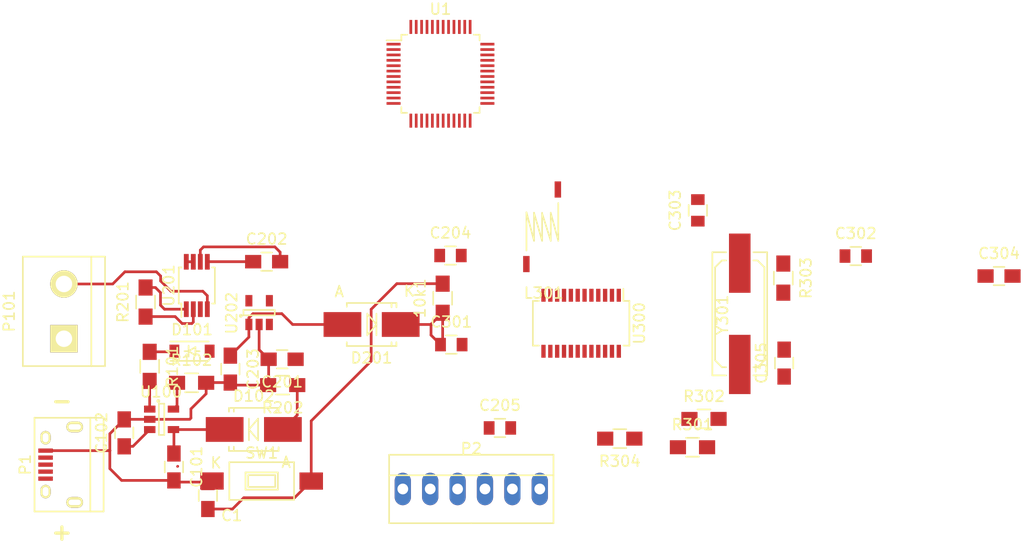
<source format=kicad_pcb>
(kicad_pcb (version 4) (host pcbnew "(2015-07-12 BZR 5927)-product")

  (general
    (links 65)
    (no_connects 36)
    (area 0 0 0 0)
    (thickness 1.6)
    (drawings 2)
    (tracks 94)
    (zones 0)
    (modules 36)
    (nets 23)
  )

  (page A4)
  (layers
    (0 F.Cu signal)
    (31 B.Cu signal)
    (32 B.Adhes user)
    (33 F.Adhes user)
    (34 B.Paste user)
    (35 F.Paste user)
    (36 B.SilkS user)
    (37 F.SilkS user)
    (38 B.Mask user)
    (39 F.Mask user)
    (40 Dwgs.User user)
    (41 Cmts.User user)
    (42 Eco1.User user)
    (43 Eco2.User user)
    (44 Edge.Cuts user)
    (45 Margin user)
    (46 B.CrtYd user)
    (47 F.CrtYd user)
    (48 B.Fab user)
    (49 F.Fab user)
  )

  (setup
    (last_trace_width 0.25)
    (trace_clearance 0.2)
    (zone_clearance 0.508)
    (zone_45_only no)
    (trace_min 0.2)
    (segment_width 0.2)
    (edge_width 0.1)
    (via_size 0.6)
    (via_drill 0.4)
    (via_min_size 0.4)
    (via_min_drill 0.3)
    (uvia_size 0.3)
    (uvia_drill 0.1)
    (uvias_allowed no)
    (uvia_min_size 0.2)
    (uvia_min_drill 0.1)
    (pcb_text_width 0.3)
    (pcb_text_size 1.5 1.5)
    (mod_edge_width 0.15)
    (mod_text_size 1 1)
    (mod_text_width 0.15)
    (pad_size 1.5 1.5)
    (pad_drill 0.6)
    (pad_to_mask_clearance 0)
    (aux_axis_origin 0 0)
    (visible_elements FFFFFFBF)
    (pcbplotparams
      (layerselection 0x00030_80000001)
      (usegerberextensions false)
      (excludeedgelayer true)
      (linewidth 0.100000)
      (plotframeref false)
      (viasonmask false)
      (mode 1)
      (useauxorigin false)
      (hpglpennumber 1)
      (hpglpenspeed 20)
      (hpglpendiameter 15)
      (hpglpenoverlay 2)
      (psnegative false)
      (psa4output false)
      (plotreference true)
      (plotvalue true)
      (plotinvisibletext false)
      (padsonsilk false)
      (subtractmaskfromsilk false)
      (outputformat 1)
      (mirror false)
      (drillshape 1)
      (scaleselection 1)
      (outputdirectory ""))
  )

  (net 0 "")
  (net 1 VCC)
  (net 2 GND)
  (net 3 /~RESET)
  (net 4 /X2)
  (net 5 "Net-(C101-Pad1)")
  (net 6 "Net-(C102-Pad1)")
  (net 7 "Net-(C201-Pad1)")
  (net 8 "Net-(C202-Pad1)")
  (net 9 "Net-(C202-Pad2)")
  (net 10 "Net-(C203-Pad1)")
  (net 11 "Net-(D101-Pad1)")
  (net 12 "Net-(R101-Pad2)")
  (net 13 "Net-(R102-Pad1)")
  (net 14 "Net-(R201-Pad2)")
  (net 15 +3V3)
  (net 16 "Net-(C301-Pad2)")
  (net 17 "Net-(C302-Pad1)")
  (net 18 "Net-(L301-Pad2)")
  (net 19 "Net-(R301-Pad1)")
  (net 20 "Net-(R302-Pad1)")
  (net 21 "Net-(R304-Pad1)")
  (net 22 /X1)

  (net_class Default "Ceci est la Netclass par défaut"
    (clearance 0.2)
    (trace_width 0.25)
    (via_dia 0.6)
    (via_drill 0.4)
    (uvia_dia 0.3)
    (uvia_drill 0.1)
    (add_net +3V3)
    (add_net /X1)
    (add_net /X2)
    (add_net /~RESET)
    (add_net GND)
    (add_net "Net-(C101-Pad1)")
    (add_net "Net-(C102-Pad1)")
    (add_net "Net-(C201-Pad1)")
    (add_net "Net-(C202-Pad1)")
    (add_net "Net-(C202-Pad2)")
    (add_net "Net-(C203-Pad1)")
    (add_net "Net-(C301-Pad2)")
    (add_net "Net-(C302-Pad1)")
    (add_net "Net-(D101-Pad1)")
    (add_net "Net-(L301-Pad2)")
    (add_net "Net-(R101-Pad2)")
    (add_net "Net-(R102-Pad1)")
    (add_net "Net-(R201-Pad2)")
    (add_net "Net-(R301-Pad1)")
    (add_net "Net-(R302-Pad1)")
    (add_net "Net-(R304-Pad1)")
    (add_net VCC)
  )

  (module Capacitors_SMD:C_0805_HandSoldering (layer F.Cu) (tedit 55A2D6FA) (tstamp 55A2CF63)
    (at 80.7974 99.8474 90)
    (descr "Capacitor SMD 0805, hand soldering")
    (tags "capacitor 0805")
    (path /55A74C64)
    (attr smd)
    (fp_text reference C1 (at -1.8542 2.2098 180) (layer F.SilkS)
      (effects (font (size 1 1) (thickness 0.15)))
    )
    (fp_text value C_Small (at 0.0254 0.0254 180) (layer F.Fab)
      (effects (font (size 0.5 0.5) (thickness 0.125)))
    )
    (fp_line (start -2.3 -1) (end 2.3 -1) (layer F.CrtYd) (width 0.05))
    (fp_line (start -2.3 1) (end 2.3 1) (layer F.CrtYd) (width 0.05))
    (fp_line (start -2.3 -1) (end -2.3 1) (layer F.CrtYd) (width 0.05))
    (fp_line (start 2.3 -1) (end 2.3 1) (layer F.CrtYd) (width 0.05))
    (fp_line (start 0.5 -0.85) (end -0.5 -0.85) (layer F.SilkS) (width 0.15))
    (fp_line (start -0.5 0.85) (end 0.5 0.85) (layer F.SilkS) (width 0.15))
    (pad 1 smd rect (at -1.25 0 90) (size 1.5 1.25) (layers F.Cu F.Paste F.Mask)
      (net 3 /~RESET))
    (pad 2 smd rect (at 1.25 0 90) (size 1.5 1.25) (layers F.Cu F.Paste F.Mask)
      (net 2 GND))
    (model Capacitors_SMD.3dshapes/C_0805_HandSoldering.wrl
      (at (xyz 0 0 0))
      (scale (xyz 1 1 1))
      (rotate (xyz 0 0 0))
    )
  )

  (module Capacitors_SMD:C_0805_HandSoldering (layer F.Cu) (tedit 541A9B8D) (tstamp 55A52D3F)
    (at 77.6478 97.1931 270)
    (descr "Capacitor SMD 0805, hand soldering")
    (tags "capacitor 0805")
    (path /55A31307)
    (attr smd)
    (fp_text reference C101 (at 0 -2.1 270) (layer F.SilkS)
      (effects (font (size 1 1) (thickness 0.15)))
    )
    (fp_text value 10u (at 0 2.1 270) (layer F.Fab)
      (effects (font (size 1 1) (thickness 0.15)))
    )
    (fp_line (start -2.3 -1) (end 2.3 -1) (layer F.CrtYd) (width 0.05))
    (fp_line (start -2.3 1) (end 2.3 1) (layer F.CrtYd) (width 0.05))
    (fp_line (start -2.3 -1) (end -2.3 1) (layer F.CrtYd) (width 0.05))
    (fp_line (start 2.3 -1) (end 2.3 1) (layer F.CrtYd) (width 0.05))
    (fp_line (start 0.5 -0.85) (end -0.5 -0.85) (layer F.SilkS) (width 0.15))
    (fp_line (start -0.5 0.85) (end 0.5 0.85) (layer F.SilkS) (width 0.15))
    (pad 1 smd rect (at -1.25 0 270) (size 1.5 1.25) (layers F.Cu F.Paste F.Mask)
      (net 5 "Net-(C101-Pad1)"))
    (pad 2 smd rect (at 1.25 0 270) (size 1.5 1.25) (layers F.Cu F.Paste F.Mask)
      (net 2 GND))
    (model Capacitors_SMD.3dshapes/C_0805_HandSoldering.wrl
      (at (xyz 0 0 0))
      (scale (xyz 1 1 1))
      (rotate (xyz 0 0 0))
    )
  )

  (module Capacitors_SMD:C_0805_HandSoldering (layer F.Cu) (tedit 541A9B8D) (tstamp 55A52D4B)
    (at 73.0377 94.0308 90)
    (descr "Capacitor SMD 0805, hand soldering")
    (tags "capacitor 0805")
    (path /55A31306)
    (attr smd)
    (fp_text reference C102 (at 0 -2.1 90) (layer F.SilkS)
      (effects (font (size 1 1) (thickness 0.15)))
    )
    (fp_text value 10u (at 0 2.1 90) (layer F.Fab)
      (effects (font (size 1 1) (thickness 0.15)))
    )
    (fp_line (start -2.3 -1) (end 2.3 -1) (layer F.CrtYd) (width 0.05))
    (fp_line (start -2.3 1) (end 2.3 1) (layer F.CrtYd) (width 0.05))
    (fp_line (start -2.3 -1) (end -2.3 1) (layer F.CrtYd) (width 0.05))
    (fp_line (start 2.3 -1) (end 2.3 1) (layer F.CrtYd) (width 0.05))
    (fp_line (start 0.5 -0.85) (end -0.5 -0.85) (layer F.SilkS) (width 0.15))
    (fp_line (start -0.5 0.85) (end 0.5 0.85) (layer F.SilkS) (width 0.15))
    (pad 1 smd rect (at -1.25 0 90) (size 1.5 1.25) (layers F.Cu F.Paste F.Mask)
      (net 6 "Net-(C102-Pad1)"))
    (pad 2 smd rect (at 1.25 0 90) (size 1.5 1.25) (layers F.Cu F.Paste F.Mask)
      (net 2 GND))
    (model Capacitors_SMD.3dshapes/C_0805_HandSoldering.wrl
      (at (xyz 0 0 0))
      (scale (xyz 1 1 1))
      (rotate (xyz 0 0 0))
    )
  )

  (module Capacitors_SMD:C_0805_HandSoldering (layer F.Cu) (tedit 541A9B8D) (tstamp 55A52D57)
    (at 87.6808 87.1982 180)
    (descr "Capacitor SMD 0805, hand soldering")
    (tags "capacitor 0805")
    (path /55A3130F)
    (attr smd)
    (fp_text reference C201 (at 0 -2.1 180) (layer F.SilkS)
      (effects (font (size 1 1) (thickness 0.15)))
    )
    (fp_text value 10uF (at 0 2.1 180) (layer F.Fab)
      (effects (font (size 1 1) (thickness 0.15)))
    )
    (fp_line (start -2.3 -1) (end 2.3 -1) (layer F.CrtYd) (width 0.05))
    (fp_line (start -2.3 1) (end 2.3 1) (layer F.CrtYd) (width 0.05))
    (fp_line (start -2.3 -1) (end -2.3 1) (layer F.CrtYd) (width 0.05))
    (fp_line (start 2.3 -1) (end 2.3 1) (layer F.CrtYd) (width 0.05))
    (fp_line (start 0.5 -0.85) (end -0.5 -0.85) (layer F.SilkS) (width 0.15))
    (fp_line (start -0.5 0.85) (end 0.5 0.85) (layer F.SilkS) (width 0.15))
    (pad 1 smd rect (at -1.25 0 180) (size 1.5 1.25) (layers F.Cu F.Paste F.Mask)
      (net 7 "Net-(C201-Pad1)"))
    (pad 2 smd rect (at 1.25 0 180) (size 1.5 1.25) (layers F.Cu F.Paste F.Mask)
      (net 2 GND))
    (model Capacitors_SMD.3dshapes/C_0805_HandSoldering.wrl
      (at (xyz 0 0 0))
      (scale (xyz 1 1 1))
      (rotate (xyz 0 0 0))
    )
  )

  (module Capacitors_SMD:C_0805_HandSoldering (layer F.Cu) (tedit 541A9B8D) (tstamp 55A52D63)
    (at 86.2457 78.1431)
    (descr "Capacitor SMD 0805, hand soldering")
    (tags "capacitor 0805")
    (path /55A3130E)
    (attr smd)
    (fp_text reference C202 (at 0 -2.1) (layer F.SilkS)
      (effects (font (size 1 1) (thickness 0.15)))
    )
    (fp_text value 1uF (at 0 2.1) (layer F.Fab)
      (effects (font (size 1 1) (thickness 0.15)))
    )
    (fp_line (start -2.3 -1) (end 2.3 -1) (layer F.CrtYd) (width 0.05))
    (fp_line (start -2.3 1) (end 2.3 1) (layer F.CrtYd) (width 0.05))
    (fp_line (start -2.3 -1) (end -2.3 1) (layer F.CrtYd) (width 0.05))
    (fp_line (start 2.3 -1) (end 2.3 1) (layer F.CrtYd) (width 0.05))
    (fp_line (start 0.5 -0.85) (end -0.5 -0.85) (layer F.SilkS) (width 0.15))
    (fp_line (start -0.5 0.85) (end 0.5 0.85) (layer F.SilkS) (width 0.15))
    (pad 1 smd rect (at -1.25 0) (size 1.5 1.25) (layers F.Cu F.Paste F.Mask)
      (net 8 "Net-(C202-Pad1)"))
    (pad 2 smd rect (at 1.25 0) (size 1.5 1.25) (layers F.Cu F.Paste F.Mask)
      (net 9 "Net-(C202-Pad2)"))
    (model Capacitors_SMD.3dshapes/C_0805_HandSoldering.wrl
      (at (xyz 0 0 0))
      (scale (xyz 1 1 1))
      (rotate (xyz 0 0 0))
    )
  )

  (module Capacitors_SMD:C_0805_HandSoldering (layer F.Cu) (tedit 541A9B8D) (tstamp 55A52D6F)
    (at 82.8802 88.1126 270)
    (descr "Capacitor SMD 0805, hand soldering")
    (tags "capacitor 0805")
    (path /55A31311)
    (attr smd)
    (fp_text reference C203 (at 0 -2.1 270) (layer F.SilkS)
      (effects (font (size 1 1) (thickness 0.15)))
    )
    (fp_text value 10uF (at 0 2.1 270) (layer F.Fab)
      (effects (font (size 1 1) (thickness 0.15)))
    )
    (fp_line (start -2.3 -1) (end 2.3 -1) (layer F.CrtYd) (width 0.05))
    (fp_line (start -2.3 1) (end 2.3 1) (layer F.CrtYd) (width 0.05))
    (fp_line (start -2.3 -1) (end -2.3 1) (layer F.CrtYd) (width 0.05))
    (fp_line (start 2.3 -1) (end 2.3 1) (layer F.CrtYd) (width 0.05))
    (fp_line (start 0.5 -0.85) (end -0.5 -0.85) (layer F.SilkS) (width 0.15))
    (fp_line (start -0.5 0.85) (end 0.5 0.85) (layer F.SilkS) (width 0.15))
    (pad 1 smd rect (at -1.25 0 270) (size 1.5 1.25) (layers F.Cu F.Paste F.Mask)
      (net 10 "Net-(C203-Pad1)"))
    (pad 2 smd rect (at 1.25 0 270) (size 1.5 1.25) (layers F.Cu F.Paste F.Mask)
      (net 2 GND))
    (model Capacitors_SMD.3dshapes/C_0805_HandSoldering.wrl
      (at (xyz 0 0 0))
      (scale (xyz 1 1 1))
      (rotate (xyz 0 0 0))
    )
  )

  (module Diodes_SMD:SOD-123 (layer F.Cu) (tedit 5530FCB9) (tstamp 55A52D81)
    (at 79.3242 86.4489)
    (descr SOD-123)
    (tags SOD-123)
    (path /55A31303)
    (attr smd)
    (fp_text reference D101 (at 0 -2) (layer F.SilkS)
      (effects (font (size 1 1) (thickness 0.15)))
    )
    (fp_text value Charging (at 0 2.1) (layer F.Fab)
      (effects (font (size 1 1) (thickness 0.15)))
    )
    (fp_line (start 0.3175 0) (end 0.6985 0) (layer F.SilkS) (width 0.15))
    (fp_line (start -0.6985 0) (end -0.3175 0) (layer F.SilkS) (width 0.15))
    (fp_line (start -0.3175 0) (end 0.3175 -0.381) (layer F.SilkS) (width 0.15))
    (fp_line (start 0.3175 -0.381) (end 0.3175 0.381) (layer F.SilkS) (width 0.15))
    (fp_line (start 0.3175 0.381) (end -0.3175 0) (layer F.SilkS) (width 0.15))
    (fp_line (start -0.3175 -0.508) (end -0.3175 0.508) (layer F.SilkS) (width 0.15))
    (fp_line (start -2.25 -1.05) (end 2.25 -1.05) (layer F.CrtYd) (width 0.05))
    (fp_line (start 2.25 -1.05) (end 2.25 1.05) (layer F.CrtYd) (width 0.05))
    (fp_line (start 2.25 1.05) (end -2.25 1.05) (layer F.CrtYd) (width 0.05))
    (fp_line (start -2.25 -1.05) (end -2.25 1.05) (layer F.CrtYd) (width 0.05))
    (fp_line (start -2 0.9) (end 1.54 0.9) (layer F.SilkS) (width 0.15))
    (fp_line (start -2 -0.9) (end 1.54 -0.9) (layer F.SilkS) (width 0.15))
    (pad 1 smd rect (at -1.635 0) (size 0.91 1.22) (layers F.Cu F.Paste F.Mask)
      (net 11 "Net-(D101-Pad1)"))
    (pad 2 smd rect (at 1.635 0) (size 0.91 1.22) (layers F.Cu F.Paste F.Mask)
      (net 5 "Net-(C101-Pad1)"))
  )

  (module Connect:bornier2 (layer F.Cu) (tedit 0) (tstamp 55A52D8C)
    (at 67.4497 82.7532 90)
    (descr "Bornier d'alimentation 2 pins")
    (tags DEV)
    (path /55A3130D)
    (fp_text reference P101 (at 0 -5.08 90) (layer F.SilkS)
      (effects (font (size 1 1) (thickness 0.15)))
    )
    (fp_text value LIPO (at 0 5.08 90) (layer F.Fab)
      (effects (font (size 1 1) (thickness 0.15)))
    )
    (fp_line (start 5.08 2.54) (end -5.08 2.54) (layer F.SilkS) (width 0.15))
    (fp_line (start 5.08 3.81) (end 5.08 -3.81) (layer F.SilkS) (width 0.15))
    (fp_line (start 5.08 -3.81) (end -5.08 -3.81) (layer F.SilkS) (width 0.15))
    (fp_line (start -5.08 -3.81) (end -5.08 3.81) (layer F.SilkS) (width 0.15))
    (fp_line (start -5.08 3.81) (end 5.08 3.81) (layer F.SilkS) (width 0.15))
    (pad 1 thru_hole rect (at -2.54 0 90) (size 2.54 2.54) (drill 1.524) (layers *.Cu *.Mask F.SilkS)
      (net 6 "Net-(C102-Pad1)"))
    (pad 2 thru_hole circle (at 2.54 0 90) (size 2.54 2.54) (drill 1.524) (layers *.Cu *.Mask F.SilkS)
      (net 2 GND))
    (model Connect.3dshapes/bornier2.wrl
      (at (xyz 0 0 0))
      (scale (xyz 1 1 1))
      (rotate (xyz 0 0 0))
    )
  )

  (module Resistors_SMD:R_0805_HandSoldering (layer F.Cu) (tedit 54189DEE) (tstamp 55A52D98)
    (at 75.3999 87.8586 270)
    (descr "Resistor SMD 0805, hand soldering")
    (tags "resistor 0805")
    (path /55A31304)
    (attr smd)
    (fp_text reference R101 (at 0 -2.1 270) (layer F.SilkS)
      (effects (font (size 1 1) (thickness 0.15)))
    )
    (fp_text value 1K (at 0 2.1 270) (layer F.Fab)
      (effects (font (size 1 1) (thickness 0.15)))
    )
    (fp_line (start -2.4 -1) (end 2.4 -1) (layer F.CrtYd) (width 0.05))
    (fp_line (start -2.4 1) (end 2.4 1) (layer F.CrtYd) (width 0.05))
    (fp_line (start -2.4 -1) (end -2.4 1) (layer F.CrtYd) (width 0.05))
    (fp_line (start 2.4 -1) (end 2.4 1) (layer F.CrtYd) (width 0.05))
    (fp_line (start 0.6 0.875) (end -0.6 0.875) (layer F.SilkS) (width 0.15))
    (fp_line (start -0.6 -0.875) (end 0.6 -0.875) (layer F.SilkS) (width 0.15))
    (pad 1 smd rect (at -1.35 0 270) (size 1.5 1.3) (layers F.Cu F.Paste F.Mask)
      (net 11 "Net-(D101-Pad1)"))
    (pad 2 smd rect (at 1.35 0 270) (size 1.5 1.3) (layers F.Cu F.Paste F.Mask)
      (net 12 "Net-(R101-Pad2)"))
    (model Resistors_SMD.3dshapes/R_0805_HandSoldering.wrl
      (at (xyz 0 0 0))
      (scale (xyz 1 1 1))
      (rotate (xyz 0 0 0))
    )
  )

  (module Resistors_SMD:R_0805_HandSoldering (layer F.Cu) (tedit 54189DEE) (tstamp 55A52DA4)
    (at 79.2861 89.3826)
    (descr "Resistor SMD 0805, hand soldering")
    (tags "resistor 0805")
    (path /55A31305)
    (attr smd)
    (fp_text reference R102 (at 0 -2.1) (layer F.SilkS)
      (effects (font (size 1 1) (thickness 0.15)))
    )
    (fp_text value 2K (at 0 2.1) (layer F.Fab)
      (effects (font (size 1 1) (thickness 0.15)))
    )
    (fp_line (start -2.4 -1) (end 2.4 -1) (layer F.CrtYd) (width 0.05))
    (fp_line (start -2.4 1) (end 2.4 1) (layer F.CrtYd) (width 0.05))
    (fp_line (start -2.4 -1) (end -2.4 1) (layer F.CrtYd) (width 0.05))
    (fp_line (start 2.4 -1) (end 2.4 1) (layer F.CrtYd) (width 0.05))
    (fp_line (start 0.6 0.875) (end -0.6 0.875) (layer F.SilkS) (width 0.15))
    (fp_line (start -0.6 -0.875) (end 0.6 -0.875) (layer F.SilkS) (width 0.15))
    (pad 1 smd rect (at -1.35 0) (size 1.5 1.3) (layers F.Cu F.Paste F.Mask)
      (net 13 "Net-(R102-Pad1)"))
    (pad 2 smd rect (at 1.35 0) (size 1.5 1.3) (layers F.Cu F.Paste F.Mask)
      (net 2 GND))
    (model Resistors_SMD.3dshapes/R_0805_HandSoldering.wrl
      (at (xyz 0 0 0))
      (scale (xyz 1 1 1))
      (rotate (xyz 0 0 0))
    )
  )

  (module Resistors_SMD:R_0805_HandSoldering (layer F.Cu) (tedit 54189DEE) (tstamp 55A52DB0)
    (at 75.0189 81.8896 90)
    (descr "Resistor SMD 0805, hand soldering")
    (tags "resistor 0805")
    (path /55A2E42D)
    (attr smd)
    (fp_text reference R201 (at 0 -2.1 90) (layer F.SilkS)
      (effects (font (size 1 1) (thickness 0.15)))
    )
    (fp_text value 100k (at 0 2.1 90) (layer F.Fab)
      (effects (font (size 1 1) (thickness 0.15)))
    )
    (fp_line (start -2.4 -1) (end 2.4 -1) (layer F.CrtYd) (width 0.05))
    (fp_line (start -2.4 1) (end 2.4 1) (layer F.CrtYd) (width 0.05))
    (fp_line (start -2.4 -1) (end -2.4 1) (layer F.CrtYd) (width 0.05))
    (fp_line (start 2.4 -1) (end 2.4 1) (layer F.CrtYd) (width 0.05))
    (fp_line (start 0.6 0.875) (end -0.6 0.875) (layer F.SilkS) (width 0.15))
    (fp_line (start -0.6 -0.875) (end 0.6 -0.875) (layer F.SilkS) (width 0.15))
    (pad 1 smd rect (at -1.35 0 90) (size 1.5 1.3) (layers F.Cu F.Paste F.Mask)
      (net 10 "Net-(C203-Pad1)"))
    (pad 2 smd rect (at 1.35 0 90) (size 1.5 1.3) (layers F.Cu F.Paste F.Mask)
      (net 14 "Net-(R201-Pad2)"))
    (model Resistors_SMD.3dshapes/R_0805_HandSoldering.wrl
      (at (xyz 0 0 0))
      (scale (xyz 1 1 1))
      (rotate (xyz 0 0 0))
    )
  )

  (module Resistors_SMD:R_0805_HandSoldering (layer F.Cu) (tedit 54189DEE) (tstamp 55A52DBC)
    (at 87.7316 89.5985 180)
    (descr "Resistor SMD 0805, hand soldering")
    (tags "resistor 0805")
    (path /55A2EFA4)
    (attr smd)
    (fp_text reference R202 (at 0 -2.1 180) (layer F.SilkS)
      (effects (font (size 1 1) (thickness 0.15)))
    )
    (fp_text value 100K (at 0 2.1 180) (layer F.Fab)
      (effects (font (size 1 1) (thickness 0.15)))
    )
    (fp_line (start -2.4 -1) (end 2.4 -1) (layer F.CrtYd) (width 0.05))
    (fp_line (start -2.4 1) (end 2.4 1) (layer F.CrtYd) (width 0.05))
    (fp_line (start -2.4 -1) (end -2.4 1) (layer F.CrtYd) (width 0.05))
    (fp_line (start 2.4 -1) (end 2.4 1) (layer F.CrtYd) (width 0.05))
    (fp_line (start 0.6 0.875) (end -0.6 0.875) (layer F.SilkS) (width 0.15))
    (fp_line (start -0.6 -0.875) (end 0.6 -0.875) (layer F.SilkS) (width 0.15))
    (pad 1 smd rect (at -1.35 0 180) (size 1.5 1.3) (layers F.Cu F.Paste F.Mask)
      (net 1 VCC))
    (pad 2 smd rect (at 1.35 0 180) (size 1.5 1.3) (layers F.Cu F.Paste F.Mask)
      (net 2 GND))
    (model Resistors_SMD.3dshapes/R_0805_HandSoldering.wrl
      (at (xyz 0 0 0))
      (scale (xyz 1 1 1))
      (rotate (xyz 0 0 0))
    )
  )

  (module Housings_SOT-23_SOT-143_TSOT-6:SOT-23-5 (layer F.Cu) (tedit 55360473) (tstamp 55A52DCE)
    (at 76.5048 92.7735)
    (descr "5-pin SOT23 package")
    (tags SOT-23-5)
    (path /55A31302)
    (attr smd)
    (fp_text reference U100 (at -0.05 -2.55) (layer F.SilkS)
      (effects (font (size 1 1) (thickness 0.15)))
    )
    (fp_text value MCP73831 (at -0.05 2.35) (layer F.Fab)
      (effects (font (size 1 1) (thickness 0.15)))
    )
    (fp_line (start -1.8 -1.6) (end 1.8 -1.6) (layer F.CrtYd) (width 0.05))
    (fp_line (start 1.8 -1.6) (end 1.8 1.6) (layer F.CrtYd) (width 0.05))
    (fp_line (start 1.8 1.6) (end -1.8 1.6) (layer F.CrtYd) (width 0.05))
    (fp_line (start -1.8 1.6) (end -1.8 -1.6) (layer F.CrtYd) (width 0.05))
    (fp_circle (center -0.3 -1.7) (end -0.2 -1.7) (layer F.SilkS) (width 0.15))
    (fp_line (start 0.25 -1.45) (end -0.25 -1.45) (layer F.SilkS) (width 0.15))
    (fp_line (start 0.25 1.45) (end 0.25 -1.45) (layer F.SilkS) (width 0.15))
    (fp_line (start -0.25 1.45) (end 0.25 1.45) (layer F.SilkS) (width 0.15))
    (fp_line (start -0.25 -1.45) (end -0.25 1.45) (layer F.SilkS) (width 0.15))
    (pad 1 smd rect (at -1.1 -0.95) (size 1.06 0.65) (layers F.Cu F.Paste F.Mask)
      (net 12 "Net-(R101-Pad2)"))
    (pad 2 smd rect (at -1.1 0) (size 1.06 0.65) (layers F.Cu F.Paste F.Mask)
      (net 2 GND))
    (pad 3 smd rect (at -1.1 0.95) (size 1.06 0.65) (layers F.Cu F.Paste F.Mask)
      (net 6 "Net-(C102-Pad1)"))
    (pad 4 smd rect (at 1.1 0.95) (size 1.06 0.65) (layers F.Cu F.Paste F.Mask)
      (net 5 "Net-(C101-Pad1)"))
    (pad 5 smd rect (at 1.1 -0.95) (size 1.06 0.65) (layers F.Cu F.Paste F.Mask)
      (net 13 "Net-(R102-Pad1)"))
    (model Housings_SOT-23_SOT-143_TSOT-6.3dshapes/SOT-23-5.wrl
      (at (xyz 0 0 0))
      (scale (xyz 0.11 0.11 0.11))
      (rotate (xyz 0 0 90))
    )
  )

  (module Housings_SSOP:MSOP-8_3x3mm_Pitch0.65mm (layer F.Cu) (tedit 54130A77) (tstamp 55A52DE5)
    (at 79.7687 80.3529 90)
    (descr "8-Lead Plastic Micro Small Outline Package (MS) [MSOP] (see Microchip Packaging Specification 00000049BS.pdf)")
    (tags "SSOP 0.65")
    (path /55A31313)
    (attr smd)
    (fp_text reference U201 (at 0 -2.6 90) (layer F.SilkS)
      (effects (font (size 1 1) (thickness 0.15)))
    )
    (fp_text value MCP1253 (at 0 2.6 90) (layer F.Fab)
      (effects (font (size 1 1) (thickness 0.15)))
    )
    (fp_line (start -3.2 -1.85) (end -3.2 1.85) (layer F.CrtYd) (width 0.05))
    (fp_line (start 3.2 -1.85) (end 3.2 1.85) (layer F.CrtYd) (width 0.05))
    (fp_line (start -3.2 -1.85) (end 3.2 -1.85) (layer F.CrtYd) (width 0.05))
    (fp_line (start -3.2 1.85) (end 3.2 1.85) (layer F.CrtYd) (width 0.05))
    (fp_line (start -1.675 -1.675) (end -1.675 -1.425) (layer F.SilkS) (width 0.15))
    (fp_line (start 1.675 -1.675) (end 1.675 -1.425) (layer F.SilkS) (width 0.15))
    (fp_line (start 1.675 1.675) (end 1.675 1.425) (layer F.SilkS) (width 0.15))
    (fp_line (start -1.675 1.675) (end -1.675 1.425) (layer F.SilkS) (width 0.15))
    (fp_line (start -1.675 -1.675) (end 1.675 -1.675) (layer F.SilkS) (width 0.15))
    (fp_line (start -1.675 1.675) (end 1.675 1.675) (layer F.SilkS) (width 0.15))
    (fp_line (start -1.675 -1.425) (end -2.925 -1.425) (layer F.SilkS) (width 0.15))
    (pad 1 smd rect (at -2.2 -0.975 90) (size 1.45 0.45) (layers F.Cu F.Paste F.Mask)
      (net 14 "Net-(R201-Pad2)"))
    (pad 2 smd rect (at -2.2 -0.325 90) (size 1.45 0.45) (layers F.Cu F.Paste F.Mask)
      (net 10 "Net-(C203-Pad1)"))
    (pad 3 smd rect (at -2.2 0.325 90) (size 1.45 0.45) (layers F.Cu F.Paste F.Mask)
      (net 7 "Net-(C201-Pad1)"))
    (pad 4 smd rect (at -2.2 0.975 90) (size 1.45 0.45) (layers F.Cu F.Paste F.Mask)
      (net 2 GND))
    (pad 5 smd rect (at 2.2 0.975 90) (size 1.45 0.45) (layers F.Cu F.Paste F.Mask)
      (net 8 "Net-(C202-Pad1)"))
    (pad 6 smd rect (at 2.2 0.325 90) (size 1.45 0.45) (layers F.Cu F.Paste F.Mask)
      (net 9 "Net-(C202-Pad2)"))
    (pad 7 smd rect (at 2.2 -0.325 90) (size 1.45 0.45) (layers F.Cu F.Paste F.Mask)
      (net 1 VCC))
    (pad 8 smd rect (at 2.2 -0.975 90) (size 1.45 0.45) (layers F.Cu F.Paste F.Mask)
      (net 1 VCC))
    (model Housings_SSOP.3dshapes/MSOP-8_3x3mm_Pitch0.65mm.wrl
      (at (xyz 0 0 0))
      (scale (xyz 1 1 1))
      (rotate (xyz 0 0 0))
    )
  )

  (module Connect:USB_Micro-B (layer F.Cu) (tedit 5543E447) (tstamp 55A52F23)
    (at 67.31 96.9772 90)
    (descr "Micro USB Type B Receptacle")
    (tags "USB USB_B USB_micro USB_OTG")
    (path /55A31319)
    (attr smd)
    (fp_text reference P1 (at 0 -3.45 90) (layer F.SilkS)
      (effects (font (size 1 1) (thickness 0.15)))
    )
    (fp_text value USB_A (at 0 4.8 90) (layer F.Fab)
      (effects (font (size 1 1) (thickness 0.15)))
    )
    (fp_line (start -4.6 -2.8) (end 4.6 -2.8) (layer F.CrtYd) (width 0.05))
    (fp_line (start 4.6 -2.8) (end 4.6 4.05) (layer F.CrtYd) (width 0.05))
    (fp_line (start 4.6 4.05) (end -4.6 4.05) (layer F.CrtYd) (width 0.05))
    (fp_line (start -4.6 4.05) (end -4.6 -2.8) (layer F.CrtYd) (width 0.05))
    (fp_line (start -4.3509 3.81746) (end 4.3491 3.81746) (layer F.SilkS) (width 0.15))
    (fp_line (start -4.3509 -2.58754) (end 4.3491 -2.58754) (layer F.SilkS) (width 0.15))
    (fp_line (start 4.3491 -2.58754) (end 4.3491 3.81746) (layer F.SilkS) (width 0.15))
    (fp_line (start 4.3491 2.58746) (end -4.3509 2.58746) (layer F.SilkS) (width 0.15))
    (fp_line (start -4.3509 3.81746) (end -4.3509 -2.58754) (layer F.SilkS) (width 0.15))
    (pad 1 smd rect (at -1.3009 -1.56254 180) (size 1.35 0.4) (layers F.Cu F.Paste F.Mask)
      (net 1 VCC))
    (pad 2 smd rect (at -0.6509 -1.56254 180) (size 1.35 0.4) (layers F.Cu F.Paste F.Mask))
    (pad 3 smd rect (at -0.0009 -1.56254 180) (size 1.35 0.4) (layers F.Cu F.Paste F.Mask))
    (pad 4 smd rect (at 0.6491 -1.56254 180) (size 1.35 0.4) (layers F.Cu F.Paste F.Mask)
      (net 2 GND))
    (pad 5 smd rect (at 1.2991 -1.56254 180) (size 1.35 0.4) (layers F.Cu F.Paste F.Mask)
      (net 2 GND))
    (pad 6 thru_hole oval (at -2.5009 -1.56254 180) (size 0.95 1.25) (drill oval 0.55 0.85) (layers *.Cu *.Mask F.SilkS))
    (pad 6 thru_hole oval (at 2.4991 -1.56254 180) (size 0.95 1.25) (drill oval 0.55 0.85) (layers *.Cu *.Mask F.SilkS))
    (pad 6 thru_hole oval (at -3.5009 1.13746 180) (size 1.55 1) (drill oval 1.15 0.5) (layers *.Cu *.Mask F.SilkS))
    (pad 6 thru_hole oval (at 3.4991 1.13746 180) (size 1.55 1) (drill oval 1.15 0.5) (layers *.Cu *.Mask F.SilkS))
  )

  (module Resistors_SMD:R_0805_HandSoldering (layer F.Cu) (tedit 54189DEE) (tstamp 55A54447)
    (at 102.5652 81.534 90)
    (descr "Resistor SMD 0805, hand soldering")
    (tags "resistor 0805")
    (path /55A74FE0)
    (attr smd)
    (fp_text reference 10k1 (at 0 -2.1 90) (layer F.SilkS)
      (effects (font (size 1 1) (thickness 0.15)))
    )
    (fp_text value R_Small (at 0 2.1 90) (layer F.Fab)
      (effects (font (size 1 1) (thickness 0.15)))
    )
    (fp_line (start -2.4 -1) (end 2.4 -1) (layer F.CrtYd) (width 0.05))
    (fp_line (start -2.4 1) (end 2.4 1) (layer F.CrtYd) (width 0.05))
    (fp_line (start -2.4 -1) (end -2.4 1) (layer F.CrtYd) (width 0.05))
    (fp_line (start 2.4 -1) (end 2.4 1) (layer F.CrtYd) (width 0.05))
    (fp_line (start 0.6 0.875) (end -0.6 0.875) (layer F.SilkS) (width 0.15))
    (fp_line (start -0.6 -0.875) (end 0.6 -0.875) (layer F.SilkS) (width 0.15))
    (pad 1 smd rect (at -1.35 0 90) (size 1.5 1.3) (layers F.Cu F.Paste F.Mask)
      (net 15 +3V3))
    (pad 2 smd rect (at 1.35 0 90) (size 1.5 1.3) (layers F.Cu F.Paste F.Mask)
      (net 3 /~RESET))
    (model Resistors_SMD.3dshapes/R_0805_HandSoldering.wrl
      (at (xyz 0 0 0))
      (scale (xyz 1 1 1))
      (rotate (xyz 0 0 0))
    )
  )

  (module Capacitors_SMD:C_0805 (layer F.Cu) (tedit 5415D6EA) (tstamp 55A54453)
    (at 103.2891 77.5716)
    (descr "Capacitor SMD 0805, reflow soldering, AVX (see smccp.pdf)")
    (tags "capacitor 0805")
    (path /55A80BB3)
    (attr smd)
    (fp_text reference C204 (at 0 -2.1) (layer F.SilkS)
      (effects (font (size 1 1) (thickness 0.15)))
    )
    (fp_text value 1uF (at 0 2.1) (layer F.Fab)
      (effects (font (size 1 1) (thickness 0.15)))
    )
    (fp_line (start -1.8 -1) (end 1.8 -1) (layer F.CrtYd) (width 0.05))
    (fp_line (start -1.8 1) (end 1.8 1) (layer F.CrtYd) (width 0.05))
    (fp_line (start -1.8 -1) (end -1.8 1) (layer F.CrtYd) (width 0.05))
    (fp_line (start 1.8 -1) (end 1.8 1) (layer F.CrtYd) (width 0.05))
    (fp_line (start 0.5 -0.85) (end -0.5 -0.85) (layer F.SilkS) (width 0.15))
    (fp_line (start -0.5 0.85) (end 0.5 0.85) (layer F.SilkS) (width 0.15))
    (pad 1 smd rect (at -1 0) (size 1 1.25) (layers F.Cu F.Paste F.Mask)
      (net 10 "Net-(C203-Pad1)"))
    (pad 2 smd rect (at 1 0) (size 1 1.25) (layers F.Cu F.Paste F.Mask)
      (net 2 GND))
    (model Capacitors_SMD.3dshapes/C_0805.wrl
      (at (xyz 0 0 0))
      (scale (xyz 1 1 1))
      (rotate (xyz 0 0 0))
    )
  )

  (module Capacitors_SMD:C_0805 (layer F.Cu) (tedit 5415D6EA) (tstamp 55A5445F)
    (at 107.8738 93.5736)
    (descr "Capacitor SMD 0805, reflow soldering, AVX (see smccp.pdf)")
    (tags "capacitor 0805")
    (path /55A8170E)
    (attr smd)
    (fp_text reference C205 (at 0 -2.1) (layer F.SilkS)
      (effects (font (size 1 1) (thickness 0.15)))
    )
    (fp_text value 1uF (at 0 2.1) (layer F.Fab)
      (effects (font (size 1 1) (thickness 0.15)))
    )
    (fp_line (start -1.8 -1) (end 1.8 -1) (layer F.CrtYd) (width 0.05))
    (fp_line (start -1.8 1) (end 1.8 1) (layer F.CrtYd) (width 0.05))
    (fp_line (start -1.8 -1) (end -1.8 1) (layer F.CrtYd) (width 0.05))
    (fp_line (start 1.8 -1) (end 1.8 1) (layer F.CrtYd) (width 0.05))
    (fp_line (start 0.5 -0.85) (end -0.5 -0.85) (layer F.SilkS) (width 0.15))
    (fp_line (start -0.5 0.85) (end 0.5 0.85) (layer F.SilkS) (width 0.15))
    (pad 1 smd rect (at -1 0) (size 1 1.25) (layers F.Cu F.Paste F.Mask))
    (pad 2 smd rect (at 1 0) (size 1 1.25) (layers F.Cu F.Paste F.Mask)
      (net 2 GND))
    (model Capacitors_SMD.3dshapes/C_0805.wrl
      (at (xyz 0 0 0))
      (scale (xyz 1 1 1))
      (rotate (xyz 0 0 0))
    )
  )

  (module Capacitors_SMD:C_0805 (layer F.Cu) (tedit 5415D6EA) (tstamp 55A5446B)
    (at 103.3653 85.8393)
    (descr "Capacitor SMD 0805, reflow soldering, AVX (see smccp.pdf)")
    (tags "capacitor 0805")
    (path /55A4EAD5)
    (attr smd)
    (fp_text reference C301 (at 0 -2.1) (layer F.SilkS)
      (effects (font (size 1 1) (thickness 0.15)))
    )
    (fp_text value C_Small (at 0 2.1) (layer F.Fab)
      (effects (font (size 1 1) (thickness 0.15)))
    )
    (fp_line (start -1.8 -1) (end 1.8 -1) (layer F.CrtYd) (width 0.05))
    (fp_line (start -1.8 1) (end 1.8 1) (layer F.CrtYd) (width 0.05))
    (fp_line (start -1.8 -1) (end -1.8 1) (layer F.CrtYd) (width 0.05))
    (fp_line (start 1.8 -1) (end 1.8 1) (layer F.CrtYd) (width 0.05))
    (fp_line (start 0.5 -0.85) (end -0.5 -0.85) (layer F.SilkS) (width 0.15))
    (fp_line (start -0.5 0.85) (end 0.5 0.85) (layer F.SilkS) (width 0.15))
    (pad 1 smd rect (at -1 0) (size 1 1.25) (layers F.Cu F.Paste F.Mask)
      (net 15 +3V3))
    (pad 2 smd rect (at 1 0) (size 1 1.25) (layers F.Cu F.Paste F.Mask)
      (net 16 "Net-(C301-Pad2)"))
    (model Capacitors_SMD.3dshapes/C_0805.wrl
      (at (xyz 0 0 0))
      (scale (xyz 1 1 1))
      (rotate (xyz 0 0 0))
    )
  )

  (module Capacitors_SMD:C_0805 (layer F.Cu) (tedit 5415D6EA) (tstamp 55A54477)
    (at 140.8684 77.6224)
    (descr "Capacitor SMD 0805, reflow soldering, AVX (see smccp.pdf)")
    (tags "capacitor 0805")
    (path /55A4F721)
    (attr smd)
    (fp_text reference C302 (at 0 -2.1) (layer F.SilkS)
      (effects (font (size 1 1) (thickness 0.15)))
    )
    (fp_text value C_Small (at 0 2.1) (layer F.Fab)
      (effects (font (size 1 1) (thickness 0.15)))
    )
    (fp_line (start -1.8 -1) (end 1.8 -1) (layer F.CrtYd) (width 0.05))
    (fp_line (start -1.8 1) (end 1.8 1) (layer F.CrtYd) (width 0.05))
    (fp_line (start -1.8 -1) (end -1.8 1) (layer F.CrtYd) (width 0.05))
    (fp_line (start 1.8 -1) (end 1.8 1) (layer F.CrtYd) (width 0.05))
    (fp_line (start 0.5 -0.85) (end -0.5 -0.85) (layer F.SilkS) (width 0.15))
    (fp_line (start -0.5 0.85) (end 0.5 0.85) (layer F.SilkS) (width 0.15))
    (pad 1 smd rect (at -1 0) (size 1 1.25) (layers F.Cu F.Paste F.Mask)
      (net 17 "Net-(C302-Pad1)"))
    (pad 2 smd rect (at 1 0) (size 1 1.25) (layers F.Cu F.Paste F.Mask))
    (model Capacitors_SMD.3dshapes/C_0805.wrl
      (at (xyz 0 0 0))
      (scale (xyz 1 1 1))
      (rotate (xyz 0 0 0))
    )
  )

  (module Capacitors_SMD:C_0805 (layer F.Cu) (tedit 5415D6EA) (tstamp 55A54483)
    (at 126.2253 73.3806 90)
    (descr "Capacitor SMD 0805, reflow soldering, AVX (see smccp.pdf)")
    (tags "capacitor 0805")
    (path /55A4DBC5)
    (attr smd)
    (fp_text reference C303 (at 0 -2.1 90) (layer F.SilkS)
      (effects (font (size 1 1) (thickness 0.15)))
    )
    (fp_text value "0.47uF Z5U/X7R" (at 0 2.1 90) (layer F.Fab)
      (effects (font (size 1 1) (thickness 0.15)))
    )
    (fp_line (start -1.8 -1) (end 1.8 -1) (layer F.CrtYd) (width 0.05))
    (fp_line (start -1.8 1) (end 1.8 1) (layer F.CrtYd) (width 0.05))
    (fp_line (start -1.8 -1) (end -1.8 1) (layer F.CrtYd) (width 0.05))
    (fp_line (start 1.8 -1) (end 1.8 1) (layer F.CrtYd) (width 0.05))
    (fp_line (start 0.5 -0.85) (end -0.5 -0.85) (layer F.SilkS) (width 0.15))
    (fp_line (start -0.5 0.85) (end 0.5 0.85) (layer F.SilkS) (width 0.15))
    (pad 1 smd rect (at -1 0 90) (size 1 1.25) (layers F.Cu F.Paste F.Mask)
      (net 2 GND))
    (pad 2 smd rect (at 1 0 90) (size 1 1.25) (layers F.Cu F.Paste F.Mask)
      (net 2 GND))
    (model Capacitors_SMD.3dshapes/C_0805.wrl
      (at (xyz 0 0 0))
      (scale (xyz 1 1 1))
      (rotate (xyz 0 0 0))
    )
  )

  (module Diodes_SMD:Diode-SMB_Handsoldering (layer F.Cu) (tedit 552FF2F0) (tstamp 55A544A2)
    (at 85.0519 93.7133)
    (descr "Diode SMB Handsoldering")
    (tags "Diode SMB Handsoldering")
    (path /55A4B0E7)
    (attr smd)
    (fp_text reference D102 (at 0 -3.1) (layer F.SilkS)
      (effects (font (size 1 1) (thickness 0.15)))
    )
    (fp_text value 201 (at 0.1 4.75) (layer F.Fab)
      (effects (font (size 1 1) (thickness 0.15)))
    )
    (fp_line (start -4.7 -2.25) (end 4.7 -2.25) (layer F.CrtYd) (width 0.05))
    (fp_line (start 4.7 -2.25) (end 4.7 2.25) (layer F.CrtYd) (width 0.05))
    (fp_line (start 4.7 2.25) (end -4.7 2.25) (layer F.CrtYd) (width 0.05))
    (fp_line (start -4.7 2.25) (end -4.7 -2.25) (layer F.CrtYd) (width 0.05))
    (fp_line (start -0.44958 0) (end 0.39878 -1.00076) (layer F.SilkS) (width 0.15))
    (fp_line (start 0.39878 -1.00076) (end 0.39878 1.00076) (layer F.SilkS) (width 0.15))
    (fp_line (start 0.39878 1.00076) (end -0.44958 0) (layer F.SilkS) (width 0.15))
    (fp_line (start -0.44958 0) (end -0.44958 1.00076) (layer F.SilkS) (width 0.15))
    (fp_line (start -0.44958 0) (end -0.44958 -1.00076) (layer F.SilkS) (width 0.15))
    (fp_text user K (at -3.5 3.1) (layer F.SilkS)
      (effects (font (size 1 1) (thickness 0.15)))
    )
    (fp_text user A (at 3 3.05) (layer F.SilkS)
      (effects (font (size 1 1) (thickness 0.15)))
    )
    (fp_line (start -2.30632 1.8) (end -2.30632 1.6002) (layer F.SilkS) (width 0.15))
    (fp_line (start -1.84928 1.8) (end -1.84928 1.601) (layer F.SilkS) (width 0.15))
    (fp_line (start 2.30124 1.8) (end 2.30124 1.651) (layer F.SilkS) (width 0.15))
    (fp_line (start -2.30124 -1.8) (end -2.30124 -1.651) (layer F.SilkS) (width 0.15))
    (fp_line (start -1.84928 -1.8) (end -1.84928 -1.651) (layer F.SilkS) (width 0.15))
    (fp_line (start 2.30124 -1.8) (end 2.30124 -1.651) (layer F.SilkS) (width 0.15))
    (fp_line (start -1.84928 1.94898) (end -1.84928 1.75086) (layer F.SilkS) (width 0.15))
    (fp_line (start -1.84928 -1.99898) (end -1.84928 -1.80086) (layer F.SilkS) (width 0.15))
    (fp_line (start 2.29616 1.99644) (end 2.29616 1.79832) (layer F.SilkS) (width 0.15))
    (fp_line (start -2.30632 1.99644) (end 2.29616 1.99644) (layer F.SilkS) (width 0.15))
    (fp_line (start -2.30632 1.99644) (end -2.30632 1.79832) (layer F.SilkS) (width 0.15))
    (fp_line (start -2.30124 -1.99898) (end -2.30124 -1.80086) (layer F.SilkS) (width 0.15))
    (fp_line (start -2.30124 -1.99898) (end 2.30124 -1.99898) (layer F.SilkS) (width 0.15))
    (fp_line (start 2.30124 -1.99898) (end 2.30124 -1.80086) (layer F.SilkS) (width 0.15))
    (pad 1 smd rect (at -2.70002 0) (size 3.50012 2.30124) (layers F.Cu F.Paste F.Mask)
      (net 5 "Net-(C101-Pad1)"))
    (pad 2 smd rect (at 2.70002 0) (size 3.50012 2.30124) (layers F.Cu F.Paste F.Mask)
      (net 1 VCC))
    (model Diodes_SMD.3dshapes/Diode-SMB_Handsoldering.wrl
      (at (xyz 0 0 0))
      (scale (xyz 0.3937 0.3937 0.3937))
      (rotate (xyz 0 0 180))
    )
  )

  (module Diodes_SMD:Diode-SMB_Handsoldering (layer F.Cu) (tedit 552FF2F0) (tstamp 55A544C1)
    (at 95.9739 83.9724 180)
    (descr "Diode SMB Handsoldering")
    (tags "Diode SMB Handsoldering")
    (path /55A487E0)
    (attr smd)
    (fp_text reference D201 (at 0 -3.1 180) (layer F.SilkS)
      (effects (font (size 1 1) (thickness 0.15)))
    )
    (fp_text value 201 (at 0.1 4.75 180) (layer F.Fab)
      (effects (font (size 1 1) (thickness 0.15)))
    )
    (fp_line (start -4.7 -2.25) (end 4.7 -2.25) (layer F.CrtYd) (width 0.05))
    (fp_line (start 4.7 -2.25) (end 4.7 2.25) (layer F.CrtYd) (width 0.05))
    (fp_line (start 4.7 2.25) (end -4.7 2.25) (layer F.CrtYd) (width 0.05))
    (fp_line (start -4.7 2.25) (end -4.7 -2.25) (layer F.CrtYd) (width 0.05))
    (fp_line (start -0.44958 0) (end 0.39878 -1.00076) (layer F.SilkS) (width 0.15))
    (fp_line (start 0.39878 -1.00076) (end 0.39878 1.00076) (layer F.SilkS) (width 0.15))
    (fp_line (start 0.39878 1.00076) (end -0.44958 0) (layer F.SilkS) (width 0.15))
    (fp_line (start -0.44958 0) (end -0.44958 1.00076) (layer F.SilkS) (width 0.15))
    (fp_line (start -0.44958 0) (end -0.44958 -1.00076) (layer F.SilkS) (width 0.15))
    (fp_text user K (at -3.5 3.1 180) (layer F.SilkS)
      (effects (font (size 1 1) (thickness 0.15)))
    )
    (fp_text user A (at 3 3.05 180) (layer F.SilkS)
      (effects (font (size 1 1) (thickness 0.15)))
    )
    (fp_line (start -2.30632 1.8) (end -2.30632 1.6002) (layer F.SilkS) (width 0.15))
    (fp_line (start -1.84928 1.8) (end -1.84928 1.601) (layer F.SilkS) (width 0.15))
    (fp_line (start 2.30124 1.8) (end 2.30124 1.651) (layer F.SilkS) (width 0.15))
    (fp_line (start -2.30124 -1.8) (end -2.30124 -1.651) (layer F.SilkS) (width 0.15))
    (fp_line (start -1.84928 -1.8) (end -1.84928 -1.651) (layer F.SilkS) (width 0.15))
    (fp_line (start 2.30124 -1.8) (end 2.30124 -1.651) (layer F.SilkS) (width 0.15))
    (fp_line (start -1.84928 1.94898) (end -1.84928 1.75086) (layer F.SilkS) (width 0.15))
    (fp_line (start -1.84928 -1.99898) (end -1.84928 -1.80086) (layer F.SilkS) (width 0.15))
    (fp_line (start 2.29616 1.99644) (end 2.29616 1.79832) (layer F.SilkS) (width 0.15))
    (fp_line (start -2.30632 1.99644) (end 2.29616 1.99644) (layer F.SilkS) (width 0.15))
    (fp_line (start -2.30632 1.99644) (end -2.30632 1.79832) (layer F.SilkS) (width 0.15))
    (fp_line (start -2.30124 -1.99898) (end -2.30124 -1.80086) (layer F.SilkS) (width 0.15))
    (fp_line (start -2.30124 -1.99898) (end 2.30124 -1.99898) (layer F.SilkS) (width 0.15))
    (fp_line (start 2.30124 -1.99898) (end 2.30124 -1.80086) (layer F.SilkS) (width 0.15))
    (pad 1 smd rect (at -2.70002 0 180) (size 3.50012 2.30124) (layers F.Cu F.Paste F.Mask)
      (net 15 +3V3))
    (pad 2 smd rect (at 2.70002 0 180) (size 3.50012 2.30124) (layers F.Cu F.Paste F.Mask)
      (net 10 "Net-(C203-Pad1)"))
    (model Diodes_SMD.3dshapes/Diode-SMB_Handsoldering.wrl
      (at (xyz 0 0 0))
      (scale (xyz 0.3937 0.3937 0.3937))
      (rotate (xyz 0 0 180))
    )
  )

  (module Air_Coils_SML_NEOSID:Neosid_Air-Coil_SML_5turn_HDM0531A (layer F.Cu) (tedit 0) (tstamp 55A544C7)
    (at 111.7854 74.9046 180)
    (descr "Neosid, Air-Coil, SML, 5turn, HDM0531A,")
    (tags "Neosid, Air-Coil, SML, 5turn, HDM0531A,")
    (path /55A4D05F)
    (attr smd)
    (fp_text reference L301 (at -0.14986 -6.14934 180) (layer F.SilkS)
      (effects (font (size 1 1) (thickness 0.15)))
    )
    (fp_text value "5T AIR COIL" (at 0 6.20014 180) (layer F.Fab)
      (effects (font (size 1 1) (thickness 0.15)))
    )
    (fp_line (start 0 -1.30048) (end 0.7493 1.30048) (layer F.SilkS) (width 0.15))
    (fp_line (start 0.7493 -1.30048) (end 1.45034 1.34874) (layer F.SilkS) (width 0.15))
    (fp_line (start -0.8001 -1.30048) (end 0 1.24968) (layer F.SilkS) (width 0.15))
    (fp_line (start -1.50114 -1.30048) (end -0.8001 1.30048) (layer F.SilkS) (width 0.15))
    (fp_line (start 0.7493 -1.30048) (end 0.7493 1.30048) (layer F.SilkS) (width 0.15))
    (fp_line (start -0.8001 -1.30048) (end -0.8001 1.30048) (layer F.SilkS) (width 0.15))
    (fp_line (start 0 -1.30048) (end 0 1.30048) (layer F.SilkS) (width 0.15))
    (fp_line (start -1.50114 -1.30048) (end -1.50114 2.19964) (layer F.SilkS) (width 0.15))
    (fp_line (start 1.45034 1.30048) (end 1.45034 -2.19964) (layer F.SilkS) (width 0.15))
    (pad 1 smd rect (at -1.4605 3.45948 180) (size 0.59944 1.50114) (layers F.Cu F.Paste F.Mask)
      (net 2 GND))
    (pad 2 smd rect (at 1.4605 -3.45948 180) (size 0.59944 1.50114) (layers F.Cu F.Paste F.Mask)
      (net 18 "Net-(L301-Pad2)"))
  )

  (module Resistors_SMD:R_0805_HandSoldering (layer F.Cu) (tedit 54189DEE) (tstamp 55A544D3)
    (at 125.73 95.3643)
    (descr "Resistor SMD 0805, hand soldering")
    (tags "resistor 0805")
    (path /55A4EF20)
    (attr smd)
    (fp_text reference R301 (at 0 -2.1) (layer F.SilkS)
      (effects (font (size 1 1) (thickness 0.15)))
    )
    (fp_text value 2k (at 0 2.1) (layer F.Fab)
      (effects (font (size 1 1) (thickness 0.15)))
    )
    (fp_line (start -2.4 -1) (end 2.4 -1) (layer F.CrtYd) (width 0.05))
    (fp_line (start -2.4 1) (end 2.4 1) (layer F.CrtYd) (width 0.05))
    (fp_line (start -2.4 -1) (end -2.4 1) (layer F.CrtYd) (width 0.05))
    (fp_line (start 2.4 -1) (end 2.4 1) (layer F.CrtYd) (width 0.05))
    (fp_line (start 0.6 0.875) (end -0.6 0.875) (layer F.SilkS) (width 0.15))
    (fp_line (start -0.6 -0.875) (end 0.6 -0.875) (layer F.SilkS) (width 0.15))
    (pad 1 smd rect (at -1.35 0) (size 1.5 1.3) (layers F.Cu F.Paste F.Mask)
      (net 19 "Net-(R301-Pad1)"))
    (pad 2 smd rect (at 1.35 0) (size 1.5 1.3) (layers F.Cu F.Paste F.Mask))
    (model Resistors_SMD.3dshapes/R_0805_HandSoldering.wrl
      (at (xyz 0 0 0))
      (scale (xyz 1 1 1))
      (rotate (xyz 0 0 0))
    )
  )

  (module Resistors_SMD:R_0805_HandSoldering (layer F.Cu) (tedit 54189DEE) (tstamp 55A544DF)
    (at 126.7968 92.7354)
    (descr "Resistor SMD 0805, hand soldering")
    (tags "resistor 0805")
    (path /55A4EE81)
    (attr smd)
    (fp_text reference R302 (at 0 -2.1) (layer F.SilkS)
      (effects (font (size 1 1) (thickness 0.15)))
    )
    (fp_text value 2k (at 0 2.1) (layer F.Fab)
      (effects (font (size 1 1) (thickness 0.15)))
    )
    (fp_line (start -2.4 -1) (end 2.4 -1) (layer F.CrtYd) (width 0.05))
    (fp_line (start -2.4 1) (end 2.4 1) (layer F.CrtYd) (width 0.05))
    (fp_line (start -2.4 -1) (end -2.4 1) (layer F.CrtYd) (width 0.05))
    (fp_line (start 2.4 -1) (end 2.4 1) (layer F.CrtYd) (width 0.05))
    (fp_line (start 0.6 0.875) (end -0.6 0.875) (layer F.SilkS) (width 0.15))
    (fp_line (start -0.6 -0.875) (end 0.6 -0.875) (layer F.SilkS) (width 0.15))
    (pad 1 smd rect (at -1.35 0) (size 1.5 1.3) (layers F.Cu F.Paste F.Mask)
      (net 20 "Net-(R302-Pad1)"))
    (pad 2 smd rect (at 1.35 0) (size 1.5 1.3) (layers F.Cu F.Paste F.Mask))
    (model Resistors_SMD.3dshapes/R_0805_HandSoldering.wrl
      (at (xyz 0 0 0))
      (scale (xyz 1 1 1))
      (rotate (xyz 0 0 0))
    )
  )

  (module Resistors_SMD:R_0805_HandSoldering (layer F.Cu) (tedit 54189DEE) (tstamp 55A544EB)
    (at 134.1501 79.6671 270)
    (descr "Resistor SMD 0805, hand soldering")
    (tags "resistor 0805")
    (path /55A77B74)
    (attr smd)
    (fp_text reference R303 (at 0 -2.1 270) (layer F.SilkS)
      (effects (font (size 1 1) (thickness 0.15)))
    )
    (fp_text value 600 (at 0 2.1 270) (layer F.Fab)
      (effects (font (size 1 1) (thickness 0.15)))
    )
    (fp_line (start -2.4 -1) (end 2.4 -1) (layer F.CrtYd) (width 0.05))
    (fp_line (start -2.4 1) (end 2.4 1) (layer F.CrtYd) (width 0.05))
    (fp_line (start -2.4 -1) (end -2.4 1) (layer F.CrtYd) (width 0.05))
    (fp_line (start 2.4 -1) (end 2.4 1) (layer F.CrtYd) (width 0.05))
    (fp_line (start 0.6 0.875) (end -0.6 0.875) (layer F.SilkS) (width 0.15))
    (fp_line (start -0.6 -0.875) (end 0.6 -0.875) (layer F.SilkS) (width 0.15))
    (pad 1 smd rect (at -1.35 0 270) (size 1.5 1.3) (layers F.Cu F.Paste F.Mask)
      (net 4 /X2))
    (pad 2 smd rect (at 1.35 0 270) (size 1.5 1.3) (layers F.Cu F.Paste F.Mask))
    (model Resistors_SMD.3dshapes/R_0805_HandSoldering.wrl
      (at (xyz 0 0 0))
      (scale (xyz 1 1 1))
      (rotate (xyz 0 0 0))
    )
  )

  (module Resistors_SMD:R_0805_HandSoldering (layer F.Cu) (tedit 54189DEE) (tstamp 55A544F7)
    (at 118.9863 94.5642 180)
    (descr "Resistor SMD 0805, hand soldering")
    (tags "resistor 0805")
    (path /55A5226A)
    (attr smd)
    (fp_text reference R304 (at 0 -2.1 180) (layer F.SilkS)
      (effects (font (size 1 1) (thickness 0.15)))
    )
    (fp_text value R_Small (at 0 2.1 180) (layer F.Fab)
      (effects (font (size 1 1) (thickness 0.15)))
    )
    (fp_line (start -2.4 -1) (end 2.4 -1) (layer F.CrtYd) (width 0.05))
    (fp_line (start -2.4 1) (end 2.4 1) (layer F.CrtYd) (width 0.05))
    (fp_line (start -2.4 -1) (end -2.4 1) (layer F.CrtYd) (width 0.05))
    (fp_line (start 2.4 -1) (end 2.4 1) (layer F.CrtYd) (width 0.05))
    (fp_line (start 0.6 0.875) (end -0.6 0.875) (layer F.SilkS) (width 0.15))
    (fp_line (start -0.6 -0.875) (end 0.6 -0.875) (layer F.SilkS) (width 0.15))
    (pad 1 smd rect (at -1.35 0 180) (size 1.5 1.3) (layers F.Cu F.Paste F.Mask)
      (net 21 "Net-(R304-Pad1)"))
    (pad 2 smd rect (at 1.35 0 180) (size 1.5 1.3) (layers F.Cu F.Paste F.Mask)
      (net 15 +3V3))
    (model Resistors_SMD.3dshapes/R_0805_HandSoldering.wrl
      (at (xyz 0 0 0))
      (scale (xyz 1 1 1))
      (rotate (xyz 0 0 0))
    )
  )

  (module Housings_SOT-23_SOT-143_TSOT-6:SOT-23-5 (layer F.Cu) (tedit 55360473) (tstamp 55A54509)
    (at 85.5472 82.8675 90)
    (descr "5-pin SOT23 package")
    (tags SOT-23-5)
    (path /55A7EE68)
    (attr smd)
    (fp_text reference U202 (at -0.05 -2.55 90) (layer F.SilkS)
      (effects (font (size 1 1) (thickness 0.15)))
    )
    (fp_text value ADP150 (at -0.05 2.35 90) (layer F.Fab)
      (effects (font (size 1 1) (thickness 0.15)))
    )
    (fp_line (start -1.8 -1.6) (end 1.8 -1.6) (layer F.CrtYd) (width 0.05))
    (fp_line (start 1.8 -1.6) (end 1.8 1.6) (layer F.CrtYd) (width 0.05))
    (fp_line (start 1.8 1.6) (end -1.8 1.6) (layer F.CrtYd) (width 0.05))
    (fp_line (start -1.8 1.6) (end -1.8 -1.6) (layer F.CrtYd) (width 0.05))
    (fp_circle (center -0.3 -1.7) (end -0.2 -1.7) (layer F.SilkS) (width 0.15))
    (fp_line (start 0.25 -1.45) (end -0.25 -1.45) (layer F.SilkS) (width 0.15))
    (fp_line (start 0.25 1.45) (end 0.25 -1.45) (layer F.SilkS) (width 0.15))
    (fp_line (start -0.25 1.45) (end 0.25 1.45) (layer F.SilkS) (width 0.15))
    (fp_line (start -0.25 -1.45) (end -0.25 1.45) (layer F.SilkS) (width 0.15))
    (pad 1 smd rect (at -1.1 -0.95 90) (size 1.06 0.65) (layers F.Cu F.Paste F.Mask)
      (net 10 "Net-(C203-Pad1)"))
    (pad 2 smd rect (at -1.1 0 90) (size 1.06 0.65) (layers F.Cu F.Paste F.Mask)
      (net 2 GND))
    (pad 3 smd rect (at -1.1 0.95 90) (size 1.06 0.65) (layers F.Cu F.Paste F.Mask)
      (net 14 "Net-(R201-Pad2)"))
    (pad 4 smd rect (at 1.1 0.95 90) (size 1.06 0.65) (layers F.Cu F.Paste F.Mask))
    (pad 5 smd rect (at 1.1 -0.95 90) (size 1.06 0.65) (layers F.Cu F.Paste F.Mask))
    (model Housings_SOT-23_SOT-143_TSOT-6.3dshapes/SOT-23-5.wrl
      (at (xyz 0 0 0))
      (scale (xyz 0.11 0.11 0.11))
      (rotate (xyz 0 0 90))
    )
  )

  (module Housings_SSOP:SSOP-24_3.9x8.7mm_Pitch0.635mm (layer F.Cu) (tedit 54130A77) (tstamp 55A54530)
    (at 115.4049 83.8581 270)
    (descr "SSOP24: plastic shrink small outline package; 24 leads; body width 3.9 mm; lead pitch 0.635; (see NXP SSOP-TSSOP-VSO-REFLOW.pdf and sot556-1_po.pdf)")
    (tags "SSOP 0.635")
    (path /55A4CCD8)
    (attr smd)
    (fp_text reference U300 (at 0 -5.4 270) (layer F.SilkS)
      (effects (font (size 1 1) (thickness 0.15)))
    )
    (fp_text value SI4737 (at 0 5.4 270) (layer F.Fab)
      (effects (font (size 1 1) (thickness 0.15)))
    )
    (fp_line (start -3.45 -4.65) (end -3.45 4.65) (layer F.CrtYd) (width 0.05))
    (fp_line (start 3.45 -4.65) (end 3.45 4.65) (layer F.CrtYd) (width 0.05))
    (fp_line (start -3.45 -4.65) (end 3.45 -4.65) (layer F.CrtYd) (width 0.05))
    (fp_line (start -3.45 4.65) (end 3.45 4.65) (layer F.CrtYd) (width 0.05))
    (fp_line (start -2.075 -4.475) (end -2.075 -3.9175) (layer F.SilkS) (width 0.15))
    (fp_line (start 2.075 -4.475) (end 2.075 -3.9175) (layer F.SilkS) (width 0.15))
    (fp_line (start 2.075 4.475) (end 2.075 3.9175) (layer F.SilkS) (width 0.15))
    (fp_line (start -2.075 4.475) (end -2.075 3.9175) (layer F.SilkS) (width 0.15))
    (fp_line (start -2.075 -4.475) (end 2.075 -4.475) (layer F.SilkS) (width 0.15))
    (fp_line (start -2.075 4.475) (end 2.075 4.475) (layer F.SilkS) (width 0.15))
    (fp_line (start -2.075 -3.9175) (end -3.2 -3.9175) (layer F.SilkS) (width 0.15))
    (pad 1 smd rect (at -2.6 -3.4925 270) (size 1.2 0.4) (layers F.Cu F.Paste F.Mask)
      (net 19 "Net-(R301-Pad1)"))
    (pad 2 smd rect (at -2.6 -2.8575 270) (size 1.2 0.4) (layers F.Cu F.Paste F.Mask)
      (net 20 "Net-(R302-Pad1)"))
    (pad 3 smd rect (at -2.6 -2.2225 270) (size 1.2 0.4) (layers F.Cu F.Paste F.Mask)
      (net 4 /X2))
    (pad 4 smd rect (at -2.6 -1.5875 270) (size 1.2 0.4) (layers F.Cu F.Paste F.Mask)
      (net 21 "Net-(R304-Pad1)"))
    (pad 5 smd rect (at -2.6 -0.9525 270) (size 1.2 0.4) (layers F.Cu F.Paste F.Mask))
    (pad 6 smd rect (at -2.6 -0.3175 270) (size 1.2 0.4) (layers F.Cu F.Paste F.Mask))
    (pad 7 smd rect (at -2.6 0.3175 270) (size 1.2 0.4) (layers F.Cu F.Paste F.Mask))
    (pad 8 smd rect (at -2.6 0.9525 270) (size 1.2 0.4) (layers F.Cu F.Paste F.Mask)
      (net 17 "Net-(C302-Pad1)"))
    (pad 9 smd rect (at -2.6 1.5875 270) (size 1.2 0.4) (layers F.Cu F.Paste F.Mask)
      (net 2 GND))
    (pad 10 smd rect (at -2.6 2.2225 270) (size 1.2 0.4) (layers F.Cu F.Paste F.Mask))
    (pad 11 smd rect (at -2.6 2.8575 270) (size 1.2 0.4) (layers F.Cu F.Paste F.Mask))
    (pad 12 smd rect (at -2.6 3.4925 270) (size 1.2 0.4) (layers F.Cu F.Paste F.Mask)
      (net 18 "Net-(L301-Pad2)"))
    (pad 13 smd rect (at 2.6 3.4925 270) (size 1.2 0.4) (layers F.Cu F.Paste F.Mask)
      (net 2 GND))
    (pad 14 smd rect (at 2.6 2.8575 270) (size 1.2 0.4) (layers F.Cu F.Paste F.Mask)
      (net 2 GND))
    (pad 15 smd rect (at 2.6 2.2225 270) (size 1.2 0.4) (layers F.Cu F.Paste F.Mask)
      (net 3 /~RESET))
    (pad 16 smd rect (at 2.6 1.5875 270) (size 1.2 0.4) (layers F.Cu F.Paste F.Mask))
    (pad 17 smd rect (at 2.6 0.9525 270) (size 1.2 0.4) (layers F.Cu F.Paste F.Mask))
    (pad 18 smd rect (at 2.6 0.3175 270) (size 1.2 0.4) (layers F.Cu F.Paste F.Mask))
    (pad 19 smd rect (at 2.6 -0.3175 270) (size 1.2 0.4) (layers F.Cu F.Paste F.Mask)
      (net 22 /X1))
    (pad 20 smd rect (at 2.6 -0.9525 270) (size 1.2 0.4) (layers F.Cu F.Paste F.Mask)
      (net 15 +3V3))
    (pad 21 smd rect (at 2.6 -1.5875 270) (size 1.2 0.4) (layers F.Cu F.Paste F.Mask)
      (net 15 +3V3))
    (pad 22 smd rect (at 2.6 -2.2225 270) (size 1.2 0.4) (layers F.Cu F.Paste F.Mask)
      (net 16 "Net-(C301-Pad2)"))
    (pad 23 smd rect (at 2.6 -2.8575 270) (size 1.2 0.4) (layers F.Cu F.Paste F.Mask))
    (pad 24 smd rect (at 2.6 -3.4925 270) (size 1.2 0.4) (layers F.Cu F.Paste F.Mask))
    (model Housings_SSOP.3dshapes/SSOP-24_3.9x8.7mm_Pitch0.635mm.wrl
      (at (xyz 0 0 0))
      (scale (xyz 1 1 1))
      (rotate (xyz 0 0 0))
    )
  )

  (module Crystals_Oscillators_SMD:Q_49U3HMS (layer F.Cu) (tedit 0) (tstamp 55A54536)
    (at 130.1115 82.9818 90)
    (path /55A52DD7)
    (fp_text reference Y301 (at -0.1 -1.6 90) (layer F.SilkS)
      (effects (font (size 1 1) (thickness 0.15)))
    )
    (fp_text value 32.768kHz (at 0 1.7 90) (layer F.Fab)
      (effects (font (size 1 1) (thickness 0.15)))
    )
    (fp_line (start -4.953 -1.651) (end -4.953 -1.27) (layer F.SilkS) (width 0.15))
    (fp_line (start -4.953 1.651) (end -4.953 1.27) (layer F.SilkS) (width 0.15))
    (fp_line (start 4.953 1.651) (end 4.953 1.27) (layer F.SilkS) (width 0.15))
    (fp_line (start 4.953 -1.651) (end 4.953 -1.27) (layer F.SilkS) (width 0.15))
    (fp_line (start 5.715 -2.54) (end 5.715 -1.27) (layer F.SilkS) (width 0.15))
    (fp_line (start 5.715 2.54) (end 5.715 1.27) (layer F.SilkS) (width 0.15))
    (fp_line (start -5.715 2.54) (end -5.715 1.27) (layer F.SilkS) (width 0.15))
    (fp_line (start -5.715 -2.54) (end -5.715 -1.27) (layer F.SilkS) (width 0.15))
    (fp_line (start -4.953 1.651) (end -4.318 2.286) (layer F.SilkS) (width 0.15))
    (fp_line (start -4.318 2.286) (end 4.318 2.286) (layer F.SilkS) (width 0.15))
    (fp_line (start 4.318 2.286) (end 4.953 1.651) (layer F.SilkS) (width 0.15))
    (fp_line (start 4.953 -1.651) (end 4.318 -2.286) (layer F.SilkS) (width 0.15))
    (fp_line (start 4.318 -2.286) (end -4.318 -2.286) (layer F.SilkS) (width 0.15))
    (fp_line (start -4.318 -2.286) (end -4.953 -1.651) (layer F.SilkS) (width 0.15))
    (fp_line (start 5.715 2.54) (end -5.715 2.54) (layer F.SilkS) (width 0.15))
    (fp_line (start -5.715 -2.54) (end 5.715 -2.54) (layer F.SilkS) (width 0.15))
    (pad 1 smd rect (at -4.699 0 90) (size 5.4991 1.99898) (layers F.Cu F.Paste F.Mask)
      (net 22 /X1))
    (pad 2 smd rect (at 4.699 0 90) (size 5.4991 1.99898) (layers F.Cu F.Paste F.Mask)
      (net 4 /X2))
    (model Crystals_Oscillators_SMD.3dshapes/Q_49U3HMS.wrl
      (at (xyz 0 0 0))
      (scale (xyz 1 1 1))
      (rotate (xyz 0 0 0))
    )
  )

  (module Connect:PINHEAD1-6 (layer F.Cu) (tedit 0) (tstamp 55A58665)
    (at 105.2195 99.2378)
    (path /55A49F5B)
    (attr virtual)
    (fp_text reference P2 (at 0 -3.75) (layer F.SilkS)
      (effects (font (size 1 1) (thickness 0.15)))
    )
    (fp_text value LCD (at 0 3.81) (layer F.Fab)
      (effects (font (size 1 1) (thickness 0.15)))
    )
    (fp_line (start 0 3.175) (end 7.62 3.175) (layer F.SilkS) (width 0.15))
    (fp_line (start 0 -1.27) (end 7.62 -1.27) (layer F.SilkS) (width 0.15))
    (fp_line (start 0 -3.175) (end 7.62 -3.175) (layer F.SilkS) (width 0.15))
    (fp_line (start -7.62 -3.175) (end -7.62 3.175) (layer F.SilkS) (width 0.15))
    (fp_line (start 7.62 -3.175) (end 7.62 3.175) (layer F.SilkS) (width 0.15))
    (fp_line (start 0 -1.27) (end -7.62 -1.27) (layer F.SilkS) (width 0.15))
    (fp_line (start -7.62 -3.175) (end 0 -3.175) (layer F.SilkS) (width 0.15))
    (fp_line (start 0 3.175) (end -7.62 3.175) (layer F.SilkS) (width 0.15))
    (pad 1 thru_hole oval (at -6.35 0) (size 1.50622 3.01498) (drill 0.99822) (layers *.Cu *.Mask))
    (pad 2 thru_hole oval (at -3.81 0) (size 1.50622 3.01498) (drill 0.99822) (layers *.Cu *.Mask))
    (pad 3 thru_hole oval (at -1.27 0) (size 1.50622 3.01498) (drill 0.99822) (layers *.Cu *.Mask))
    (pad 4 thru_hole oval (at 1.27 0) (size 1.50622 3.01498) (drill 0.99822) (layers *.Cu *.Mask))
    (pad 5 thru_hole oval (at 3.81 0) (size 1.50622 3.01498) (drill 0.99822) (layers *.Cu *.Mask)
      (net 2 GND))
    (pad 6 thru_hole oval (at 6.35 0) (size 1.50622 3.01498) (drill 0.99822) (layers *.Cu *.Mask))
  )

  (module Buttons_Switches_SMD:SW_SPST_FSMSM (layer F.Cu) (tedit 555C8B1B) (tstamp 55A58676)
    (at 85.7758 98.5012)
    (descr http://www.te.com/commerce/DocumentDelivery/DDEController?Action=srchrtrv&DocNm=1437566-3&DocType=Customer+Drawing&DocLang=English)
    (tags "SPST button tactile switch")
    (path /55A55B01)
    (attr smd)
    (fp_text reference SW1 (at 0.01011 -2.60022) (layer F.SilkS)
      (effects (font (size 1 1) (thickness 0.15)))
    )
    (fp_text value SW_PUSH (at 0.01011 -0.00022) (layer F.Fab)
      (effects (font (size 1 1) (thickness 0.15)))
    )
    (fp_line (start -1.23989 -0.55022) (end 1.26011 -0.55022) (layer F.SilkS) (width 0.15))
    (fp_line (start 1.26011 -0.55022) (end 1.26011 0.54978) (layer F.SilkS) (width 0.15))
    (fp_line (start 1.26011 0.54978) (end -1.23989 0.54978) (layer F.SilkS) (width 0.15))
    (fp_line (start -1.23989 0.54978) (end -1.23989 -0.55022) (layer F.SilkS) (width 0.15))
    (fp_line (start -1.48989 0.79978) (end 1.51011 0.79978) (layer F.SilkS) (width 0.15))
    (fp_line (start -1.48989 -0.80022) (end 1.51011 -0.80022) (layer F.SilkS) (width 0.15))
    (fp_line (start 1.51011 -0.80022) (end 1.51011 0.79978) (layer F.SilkS) (width 0.15))
    (fp_line (start -1.48989 -0.80022) (end -1.48989 0.79978) (layer F.SilkS) (width 0.15))
    (fp_line (start -5.85 1.95) (end 5.9 1.95) (layer F.CrtYd) (width 0.05))
    (fp_line (start 5.9 -2) (end 5.9 1.95) (layer F.CrtYd) (width 0.05))
    (fp_line (start -2.98989 1.74978) (end 3.01011 1.74978) (layer F.SilkS) (width 0.15))
    (fp_line (start -2.98989 -1.75022) (end 3.01011 -1.75022) (layer F.SilkS) (width 0.15))
    (fp_line (start -2.98989 -1.75022) (end -2.98989 1.74978) (layer F.SilkS) (width 0.15))
    (fp_line (start 3.01011 -1.75022) (end 3.01011 1.74978) (layer F.SilkS) (width 0.15))
    (fp_line (start -5.85 -2) (end -5.85 1.95) (layer F.CrtYd) (width 0.05))
    (fp_line (start -5.85 -2) (end 5.9 -2) (layer F.CrtYd) (width 0.05))
    (pad 1 smd rect (at -4.60243 -0.00232) (size 2.18 1.6) (layers F.Cu F.Paste F.Mask)
      (net 2 GND))
    (pad 2 smd rect (at 4.60243 0.00232) (size 2.18 1.6) (layers F.Cu F.Paste F.Mask)
      (net 3 /~RESET))
  )

  (module Housings_QFP:LQFP-48_7x7mm_Pitch0.5mm (layer F.Cu) (tedit 54130A77) (tstamp 55A5867B)
    (at 102.362 60.706)
    (descr "48 LEAD LQFP 7x7mm (see MICREL LQFP7x7-48LD-PL-1.pdf)")
    (tags "QFP 0.5")
    (path /55A7E28D)
    (attr smd)
    (fp_text reference U1 (at 0 -6) (layer F.SilkS)
      (effects (font (size 1 1) (thickness 0.15)))
    )
    (fp_text value VS1053b (at 0 6) (layer F.Fab)
      (effects (font (size 1 1) (thickness 0.15)))
    )
    (fp_line (start -5.25 -5.25) (end -5.25 5.25) (layer F.CrtYd) (width 0.05))
    (fp_line (start 5.25 -5.25) (end 5.25 5.25) (layer F.CrtYd) (width 0.05))
    (fp_line (start -5.25 -5.25) (end 5.25 -5.25) (layer F.CrtYd) (width 0.05))
    (fp_line (start -5.25 5.25) (end 5.25 5.25) (layer F.CrtYd) (width 0.05))
    (fp_line (start -3.625 -3.625) (end -3.625 -3.1) (layer F.SilkS) (width 0.15))
    (fp_line (start 3.625 -3.625) (end 3.625 -3.1) (layer F.SilkS) (width 0.15))
    (fp_line (start 3.625 3.625) (end 3.625 3.1) (layer F.SilkS) (width 0.15))
    (fp_line (start -3.625 3.625) (end -3.625 3.1) (layer F.SilkS) (width 0.15))
    (fp_line (start -3.625 -3.625) (end -3.1 -3.625) (layer F.SilkS) (width 0.15))
    (fp_line (start -3.625 3.625) (end -3.1 3.625) (layer F.SilkS) (width 0.15))
    (fp_line (start 3.625 3.625) (end 3.1 3.625) (layer F.SilkS) (width 0.15))
    (fp_line (start 3.625 -3.625) (end 3.1 -3.625) (layer F.SilkS) (width 0.15))
    (fp_line (start -3.625 -3.1) (end -5 -3.1) (layer F.SilkS) (width 0.15))
    (pad 1 smd rect (at -4.35 -2.75) (size 1.3 0.25) (layers F.Cu F.Paste F.Mask))
    (pad 2 smd rect (at -4.35 -2.25) (size 1.3 0.25) (layers F.Cu F.Paste F.Mask))
    (pad 3 smd rect (at -4.35 -1.75) (size 1.3 0.25) (layers F.Cu F.Paste F.Mask))
    (pad 4 smd rect (at -4.35 -1.25) (size 1.3 0.25) (layers F.Cu F.Paste F.Mask))
    (pad 5 smd rect (at -4.35 -0.75) (size 1.3 0.25) (layers F.Cu F.Paste F.Mask))
    (pad 6 smd rect (at -4.35 -0.25) (size 1.3 0.25) (layers F.Cu F.Paste F.Mask))
    (pad 7 smd rect (at -4.35 0.25) (size 1.3 0.25) (layers F.Cu F.Paste F.Mask))
    (pad 8 smd rect (at -4.35 0.75) (size 1.3 0.25) (layers F.Cu F.Paste F.Mask))
    (pad 9 smd rect (at -4.35 1.25) (size 1.3 0.25) (layers F.Cu F.Paste F.Mask))
    (pad 10 smd rect (at -4.35 1.75) (size 1.3 0.25) (layers F.Cu F.Paste F.Mask))
    (pad 11 smd rect (at -4.35 2.25) (size 1.3 0.25) (layers F.Cu F.Paste F.Mask))
    (pad 12 smd rect (at -4.35 2.75) (size 1.3 0.25) (layers F.Cu F.Paste F.Mask))
    (pad 13 smd rect (at -2.75 4.35 90) (size 1.3 0.25) (layers F.Cu F.Paste F.Mask))
    (pad 14 smd rect (at -2.25 4.35 90) (size 1.3 0.25) (layers F.Cu F.Paste F.Mask))
    (pad 15 smd rect (at -1.75 4.35 90) (size 1.3 0.25) (layers F.Cu F.Paste F.Mask))
    (pad 16 smd rect (at -1.25 4.35 90) (size 1.3 0.25) (layers F.Cu F.Paste F.Mask))
    (pad 17 smd rect (at -0.75 4.35 90) (size 1.3 0.25) (layers F.Cu F.Paste F.Mask))
    (pad 18 smd rect (at -0.25 4.35 90) (size 1.3 0.25) (layers F.Cu F.Paste F.Mask))
    (pad 19 smd rect (at 0.25 4.35 90) (size 1.3 0.25) (layers F.Cu F.Paste F.Mask))
    (pad 20 smd rect (at 0.75 4.35 90) (size 1.3 0.25) (layers F.Cu F.Paste F.Mask))
    (pad 21 smd rect (at 1.25 4.35 90) (size 1.3 0.25) (layers F.Cu F.Paste F.Mask))
    (pad 22 smd rect (at 1.75 4.35 90) (size 1.3 0.25) (layers F.Cu F.Paste F.Mask))
    (pad 23 smd rect (at 2.25 4.35 90) (size 1.3 0.25) (layers F.Cu F.Paste F.Mask))
    (pad 24 smd rect (at 2.75 4.35 90) (size 1.3 0.25) (layers F.Cu F.Paste F.Mask))
    (pad 25 smd rect (at 4.35 2.75) (size 1.3 0.25) (layers F.Cu F.Paste F.Mask))
    (pad 26 smd rect (at 4.35 2.25) (size 1.3 0.25) (layers F.Cu F.Paste F.Mask))
    (pad 27 smd rect (at 4.35 1.75) (size 1.3 0.25) (layers F.Cu F.Paste F.Mask))
    (pad 28 smd rect (at 4.35 1.25) (size 1.3 0.25) (layers F.Cu F.Paste F.Mask))
    (pad 29 smd rect (at 4.35 0.75) (size 1.3 0.25) (layers F.Cu F.Paste F.Mask))
    (pad 30 smd rect (at 4.35 0.25) (size 1.3 0.25) (layers F.Cu F.Paste F.Mask))
    (pad 31 smd rect (at 4.35 -0.25) (size 1.3 0.25) (layers F.Cu F.Paste F.Mask))
    (pad 32 smd rect (at 4.35 -0.75) (size 1.3 0.25) (layers F.Cu F.Paste F.Mask))
    (pad 33 smd rect (at 4.35 -1.25) (size 1.3 0.25) (layers F.Cu F.Paste F.Mask))
    (pad 34 smd rect (at 4.35 -1.75) (size 1.3 0.25) (layers F.Cu F.Paste F.Mask))
    (pad 35 smd rect (at 4.35 -2.25) (size 1.3 0.25) (layers F.Cu F.Paste F.Mask))
    (pad 36 smd rect (at 4.35 -2.75) (size 1.3 0.25) (layers F.Cu F.Paste F.Mask))
    (pad 37 smd rect (at 2.75 -4.35 90) (size 1.3 0.25) (layers F.Cu F.Paste F.Mask))
    (pad 38 smd rect (at 2.25 -4.35 90) (size 1.3 0.25) (layers F.Cu F.Paste F.Mask))
    (pad 39 smd rect (at 1.75 -4.35 90) (size 1.3 0.25) (layers F.Cu F.Paste F.Mask))
    (pad 40 smd rect (at 1.25 -4.35 90) (size 1.3 0.25) (layers F.Cu F.Paste F.Mask))
    (pad 41 smd rect (at 0.75 -4.35 90) (size 1.3 0.25) (layers F.Cu F.Paste F.Mask))
    (pad 42 smd rect (at 0.25 -4.35 90) (size 1.3 0.25) (layers F.Cu F.Paste F.Mask))
    (pad 43 smd rect (at -0.25 -4.35 90) (size 1.3 0.25) (layers F.Cu F.Paste F.Mask))
    (pad 44 smd rect (at -0.75 -4.35 90) (size 1.3 0.25) (layers F.Cu F.Paste F.Mask))
    (pad 45 smd rect (at -1.25 -4.35 90) (size 1.3 0.25) (layers F.Cu F.Paste F.Mask))
    (pad 46 smd rect (at -1.75 -4.35 90) (size 1.3 0.25) (layers F.Cu F.Paste F.Mask))
    (pad 47 smd rect (at -2.25 -4.35 90) (size 1.3 0.25) (layers F.Cu F.Paste F.Mask))
    (pad 48 smd rect (at -2.75 -4.35 90) (size 1.3 0.25) (layers F.Cu F.Paste F.Mask))
    (model Housings_QFP.3dshapes/LQFP-48_7x7mm_Pitch0.5mm.wrl
      (at (xyz 0 0 0))
      (scale (xyz 1 1 1))
      (rotate (xyz 0 0 0))
    )
  )

  (module Capacitors_SMD:C_0805_HandSoldering (layer F.Cu) (tedit 541A9B8D) (tstamp 55A58952)
    (at 154.1526 79.4766)
    (descr "Capacitor SMD 0805, hand soldering")
    (tags "capacitor 0805")
    (path /55A537C7)
    (attr smd)
    (fp_text reference C304 (at 0 -2.1) (layer F.SilkS)
      (effects (font (size 1 1) (thickness 0.15)))
    )
    (fp_text value 22pF (at 0 2.1) (layer F.Fab)
      (effects (font (size 1 1) (thickness 0.15)))
    )
    (fp_line (start -2.3 -1) (end 2.3 -1) (layer F.CrtYd) (width 0.05))
    (fp_line (start -2.3 1) (end 2.3 1) (layer F.CrtYd) (width 0.05))
    (fp_line (start -2.3 -1) (end -2.3 1) (layer F.CrtYd) (width 0.05))
    (fp_line (start 2.3 -1) (end 2.3 1) (layer F.CrtYd) (width 0.05))
    (fp_line (start 0.5 -0.85) (end -0.5 -0.85) (layer F.SilkS) (width 0.15))
    (fp_line (start -0.5 0.85) (end 0.5 0.85) (layer F.SilkS) (width 0.15))
    (pad 1 smd rect (at -1.25 0) (size 1.5 1.25) (layers F.Cu F.Paste F.Mask)
      (net 4 /X2))
    (pad 2 smd rect (at 1.25 0) (size 1.5 1.25) (layers F.Cu F.Paste F.Mask)
      (net 2 GND))
    (model Capacitors_SMD.3dshapes/C_0805_HandSoldering.wrl
      (at (xyz 0 0 0))
      (scale (xyz 1 1 1))
      (rotate (xyz 0 0 0))
    )
  )

  (module Capacitors_SMD:C_0805_HandSoldering (layer F.Cu) (tedit 541A9B8D) (tstamp 55A5895E)
    (at 134.2263 87.5538 90)
    (descr "Capacitor SMD 0805, hand soldering")
    (tags "capacitor 0805")
    (path /55A536D1)
    (attr smd)
    (fp_text reference C305 (at 0 -2.1 90) (layer F.SilkS)
      (effects (font (size 1 1) (thickness 0.15)))
    )
    (fp_text value 22pF (at 0 2.1 90) (layer F.Fab)
      (effects (font (size 1 1) (thickness 0.15)))
    )
    (fp_line (start -2.3 -1) (end 2.3 -1) (layer F.CrtYd) (width 0.05))
    (fp_line (start -2.3 1) (end 2.3 1) (layer F.CrtYd) (width 0.05))
    (fp_line (start -2.3 -1) (end -2.3 1) (layer F.CrtYd) (width 0.05))
    (fp_line (start 2.3 -1) (end 2.3 1) (layer F.CrtYd) (width 0.05))
    (fp_line (start 0.5 -0.85) (end -0.5 -0.85) (layer F.SilkS) (width 0.15))
    (fp_line (start -0.5 0.85) (end 0.5 0.85) (layer F.SilkS) (width 0.15))
    (pad 1 smd rect (at -1.25 0 90) (size 1.5 1.25) (layers F.Cu F.Paste F.Mask)
      (net 22 /X1))
    (pad 2 smd rect (at 1.25 0 90) (size 1.5 1.25) (layers F.Cu F.Paste F.Mask)
      (net 2 GND))
    (model Capacitors_SMD.3dshapes/C_0805_HandSoldering.wrl
      (at (xyz 0 0 0))
      (scale (xyz 1 1 1))
      (rotate (xyz 0 0 0))
    )
  )

  (gr_text + (at 67.2592 103.2256) (layer F.SilkS)
    (effects (font (size 1.5 1.5) (thickness 0.3)))
  )
  (gr_text - (at 67.2592 91.0336) (layer F.SilkS)
    (effects (font (size 1.5 1.5) (thickness 0.3)))
  )

  (segment (start 77.9996 97.131) (end 77.9858 97.1448) (width 0.25) (layer F.Cu) (net 0) (tstamp 55A2D13B))
  (segment (start 79.4437 78.1529) (end 78.7937 78.1529) (width 0.25) (layer F.Cu) (net 1))
  (segment (start 89.0816 89.5985) (end 89.0816 92.38362) (width 0.25) (layer F.Cu) (net 1))
  (segment (start 89.0816 92.38362) (end 87.75192 93.7133) (width 0.25) (layer F.Cu) (net 1) (tstamp 55A58E13))
  (segment (start 65.74746 95.6781) (end 71.7042 95.6781) (width 0.25) (layer F.Cu) (net 2))
  (segment (start 71.6026 95.6691) (end 71.7042 95.6691) (width 0.25) (layer F.Cu) (net 2) (tstamp 55A58E9C))
  (segment (start 71.6952 95.6691) (end 71.6026 95.6691) (width 0.25) (layer F.Cu) (net 2) (tstamp 55A58E9B))
  (segment (start 71.7042 95.6781) (end 71.6952 95.6691) (width 0.25) (layer F.Cu) (net 2) (tstamp 55A58E9A))
  (segment (start 80.7437 82.5529) (end 80.7437 81.3025) (width 0.25) (layer F.Cu) (net 2))
  (segment (start 71.9709 80.2132) (end 67.4497 80.2132) (width 0.25) (layer F.Cu) (net 2) (tstamp 55A58E94))
  (segment (start 73.1012 79.0829) (end 71.9709 80.2132) (width 0.25) (layer F.Cu) (net 2) (tstamp 55A58E93))
  (segment (start 76.0222 79.0829) (end 73.1012 79.0829) (width 0.25) (layer F.Cu) (net 2) (tstamp 55A58E92))
  (segment (start 76.4159 79.4766) (end 76.0222 79.0829) (width 0.25) (layer F.Cu) (net 2) (tstamp 55A58E91))
  (segment (start 76.4159 79.9338) (end 76.4159 79.4766) (width 0.25) (layer F.Cu) (net 2) (tstamp 55A58E90))
  (segment (start 77.3684 80.8863) (end 76.4159 79.9338) (width 0.25) (layer F.Cu) (net 2) (tstamp 55A58E8F))
  (segment (start 80.3275 80.8863) (end 77.3684 80.8863) (width 0.25) (layer F.Cu) (net 2) (tstamp 55A58E8E))
  (segment (start 80.7437 81.3025) (end 80.3275 80.8863) (width 0.25) (layer F.Cu) (net 2) (tstamp 55A58E8D))
  (segment (start 77.6478 98.4431) (end 72.8018 98.4431) (width 0.25) (layer F.Cu) (net 2))
  (segment (start 71.7042 94.1143) (end 73.0377 92.7808) (width 0.25) (layer F.Cu) (net 2) (tstamp 55A58E1E))
  (segment (start 71.7042 97.3455) (end 71.7042 95.6691) (width 0.25) (layer F.Cu) (net 2) (tstamp 55A58E1C))
  (segment (start 71.7042 95.6691) (end 71.7042 94.1143) (width 0.25) (layer F.Cu) (net 2) (tstamp 55A58E9D))
  (segment (start 72.8018 98.4431) (end 71.7042 97.3455) (width 0.25) (layer F.Cu) (net 2) (tstamp 55A58E1A))
  (segment (start 80.7974 98.5974) (end 77.8021 98.5974) (width 0.25) (layer F.Cu) (net 2))
  (segment (start 77.8021 98.5974) (end 77.6478 98.4431) (width 0.25) (layer F.Cu) (net 2) (tstamp 55A58E17))
  (segment (start 75.4048 92.7735) (end 73.045 92.7735) (width 0.25) (layer F.Cu) (net 2))
  (segment (start 73.045 92.7735) (end 73.0377 92.7808) (width 0.25) (layer F.Cu) (net 2) (tstamp 55A58E10))
  (segment (start 80.6361 89.3826) (end 80.6361 90.3948) (width 0.25) (layer F.Cu) (net 2))
  (segment (start 79.1083 92.7735) (end 75.4048 92.7735) (width 0.25) (layer F.Cu) (net 2) (tstamp 55A58E0D))
  (segment (start 79.2226 92.6592) (end 79.1083 92.7735) (width 0.25) (layer F.Cu) (net 2) (tstamp 55A58E0C))
  (segment (start 79.2226 91.8083) (end 79.2226 92.6592) (width 0.25) (layer F.Cu) (net 2) (tstamp 55A58E0A))
  (segment (start 80.6361 90.3948) (end 79.2226 91.8083) (width 0.25) (layer F.Cu) (net 2) (tstamp 55A58E08))
  (segment (start 82.8802 89.3626) (end 80.6561 89.3626) (width 0.25) (layer F.Cu) (net 2))
  (segment (start 80.6561 89.3626) (end 80.6361 89.3826) (width 0.25) (layer F.Cu) (net 2) (tstamp 55A58E05))
  (segment (start 85.5472 83.9675) (end 85.5472 86.3146) (width 0.25) (layer F.Cu) (net 2))
  (segment (start 85.5472 86.3146) (end 86.4308 87.1982) (width 0.25) (layer F.Cu) (net 2) (tstamp 55A58DFC))
  (segment (start 86.4308 87.1982) (end 86.4308 89.5493) (width 0.25) (layer F.Cu) (net 2) (tstamp 55A58DFD))
  (segment (start 86.4308 89.5493) (end 86.3816 89.5985) (width 0.25) (layer F.Cu) (net 2) (tstamp 55A58DFE))
  (segment (start 86.3816 89.5985) (end 83.1161 89.5985) (width 0.25) (layer F.Cu) (net 2) (tstamp 55A58DFF))
  (segment (start 83.1161 89.5985) (end 82.8802 89.3626) (width 0.25) (layer F.Cu) (net 2) (tstamp 55A58E00))
  (segment (start 80.6996 98.4996) (end 80.7974 98.5974) (width 0.25) (layer F.Cu) (net 2) (tstamp 55A2D138))
  (segment (start 102.5652 80.184) (end 98.3145 80.184) (width 0.25) (layer F.Cu) (net 3))
  (segment (start 90.37823 92.92087) (end 90.37823 98.50352) (width 0.25) (layer F.Cu) (net 3) (tstamp 55A58EAC))
  (segment (start 95.9358 87.3633) (end 90.37823 92.92087) (width 0.25) (layer F.Cu) (net 3) (tstamp 55A58EAA))
  (segment (start 95.9358 82.5627) (end 95.9358 87.3633) (width 0.25) (layer F.Cu) (net 3) (tstamp 55A58EA8))
  (segment (start 98.3145 80.184) (end 95.9358 82.5627) (width 0.25) (layer F.Cu) (net 3) (tstamp 55A58EA6))
  (segment (start 80.7974 101.0974) (end 83.078 101.0974) (width 0.25) (layer F.Cu) (net 3))
  (segment (start 83.078 101.0974) (end 84.1248 100.0506) (width 0.25) (layer F.Cu) (net 3) (tstamp 55A58E9F))
  (segment (start 84.1248 100.0506) (end 88.83115 100.0506) (width 0.25) (layer F.Cu) (net 3) (tstamp 55A58EA0))
  (segment (start 88.83115 100.0506) (end 90.37823 98.50352) (width 0.25) (layer F.Cu) (net 3) (tstamp 55A58EA2))
  (segment (start 77.6048 93.7235) (end 82.34168 93.7235) (width 0.25) (layer F.Cu) (net 5))
  (segment (start 82.34168 93.7235) (end 82.35188 93.7133) (width 0.25) (layer F.Cu) (net 5) (tstamp 55A58E28))
  (segment (start 77.6478 95.9431) (end 77.6478 93.7665) (width 0.25) (layer F.Cu) (net 5))
  (segment (start 77.6478 93.7665) (end 77.6048 93.7235) (width 0.25) (layer F.Cu) (net 5) (tstamp 55A58E25))
  (segment (start 73.0377 95.2808) (end 73.8475 95.2808) (width 0.25) (layer F.Cu) (net 6))
  (segment (start 73.8475 95.2808) (end 75.4048 93.7235) (width 0.25) (layer F.Cu) (net 6) (tstamp 55A58E22))
  (segment (start 84.9957 78.1431) (end 80.7535 78.1431) (width 0.25) (layer F.Cu) (net 8))
  (segment (start 80.7535 78.1431) (end 80.7437 78.1529) (width 0.25) (layer F.Cu) (net 8) (tstamp 55A58E43))
  (segment (start 80.7535 78.1431) (end 80.7437 78.1529) (width 0.25) (layer F.Cu) (net 8) (tstamp 55A58E3A))
  (segment (start 87.4957 78.1431) (end 87.4957 77.2595) (width 0.25) (layer F.Cu) (net 9))
  (segment (start 80.0937 77.0688) (end 80.0937 78.1529) (width 0.25) (layer F.Cu) (net 9) (tstamp 55A58E40))
  (segment (start 80.391 76.7715) (end 80.0937 77.0688) (width 0.25) (layer F.Cu) (net 9) (tstamp 55A58E3F))
  (segment (start 87.0077 76.7715) (end 80.391 76.7715) (width 0.25) (layer F.Cu) (net 9) (tstamp 55A58E3E))
  (segment (start 87.4957 77.2595) (end 87.0077 76.7715) (width 0.25) (layer F.Cu) (net 9) (tstamp 55A58E3D))
  (segment (start 75.0189 83.2396) (end 77.7659 83.2396) (width 0.25) (layer F.Cu) (net 10))
  (segment (start 79.4437 83.7513) (end 79.4437 82.5529) (width 0.25) (layer F.Cu) (net 10) (tstamp 55A58E4B))
  (segment (start 79.3115 83.8835) (end 79.4437 83.7513) (width 0.25) (layer F.Cu) (net 10) (tstamp 55A58E4A))
  (segment (start 78.4098 83.8835) (end 79.3115 83.8835) (width 0.25) (layer F.Cu) (net 10) (tstamp 55A58E49))
  (segment (start 77.7659 83.2396) (end 78.4098 83.8835) (width 0.25) (layer F.Cu) (net 10) (tstamp 55A58E48))
  (segment (start 84.5972 83.9675) (end 84.5972 85.1456) (width 0.25) (layer F.Cu) (net 10))
  (segment (start 84.5972 85.1456) (end 82.8802 86.8626) (width 0.25) (layer F.Cu) (net 10) (tstamp 55A58E35))
  (segment (start 93.27388 83.9724) (end 88.6587 83.9724) (width 0.25) (layer F.Cu) (net 10))
  (segment (start 84.5972 83.3476) (end 84.5972 83.9675) (width 0.25) (layer F.Cu) (net 10) (tstamp 55A58DF9))
  (segment (start 84.9757 82.9691) (end 84.5972 83.3476) (width 0.25) (layer F.Cu) (net 10) (tstamp 55A58DF8))
  (segment (start 87.6554 82.9691) (end 84.9757 82.9691) (width 0.25) (layer F.Cu) (net 10) (tstamp 55A58DF6))
  (segment (start 88.6587 83.9724) (end 87.6554 82.9691) (width 0.25) (layer F.Cu) (net 10) (tstamp 55A58DF4))
  (segment (start 75.3999 86.5086) (end 77.6295 86.5086) (width 0.25) (layer F.Cu) (net 11))
  (segment (start 77.6295 86.5086) (end 77.6892 86.4489) (width 0.25) (layer F.Cu) (net 11) (tstamp 55A58E2C))
  (segment (start 75.3999 89.2086) (end 75.3999 91.8186) (width 0.25) (layer F.Cu) (net 12))
  (segment (start 75.3999 91.8186) (end 75.4048 91.8235) (width 0.25) (layer F.Cu) (net 12) (tstamp 55A58E2F))
  (segment (start 77.9361 89.3826) (end 77.9361 91.4922) (width 0.25) (layer F.Cu) (net 13))
  (segment (start 77.9361 91.4922) (end 77.6048 91.8235) (width 0.25) (layer F.Cu) (net 13) (tstamp 55A58E32))
  (segment (start 78.7937 82.5529) (end 76.7744 82.5529) (width 0.25) (layer F.Cu) (net 14))
  (segment (start 75.9295 80.5396) (end 75.0189 80.5396) (width 0.25) (layer F.Cu) (net 14) (tstamp 55A58E51))
  (segment (start 76.4032 81.0133) (end 75.9295 80.5396) (width 0.25) (layer F.Cu) (net 14) (tstamp 55A58E50))
  (segment (start 76.4032 82.1817) (end 76.4032 81.0133) (width 0.25) (layer F.Cu) (net 14) (tstamp 55A58E4F))
  (segment (start 76.7744 82.5529) (end 76.4032 82.1817) (width 0.25) (layer F.Cu) (net 14) (tstamp 55A58E4E))
  (segment (start 101.4857 83.947) (end 101.4857 84.9597) (width 0.25) (layer F.Cu) (net 15))
  (segment (start 101.4857 84.9597) (end 102.3653 85.8393) (width 0.25) (layer F.Cu) (net 15) (tstamp 55A58DF1))
  (segment (start 102.5652 82.884) (end 102.5487 82.884) (width 0.25) (layer F.Cu) (net 15))
  (segment (start 102.5487 82.884) (end 101.4857 83.947) (width 0.25) (layer F.Cu) (net 15) (tstamp 55A58DEA))
  (segment (start 101.4857 83.947) (end 101.4603 83.9724) (width 0.25) (layer F.Cu) (net 15) (tstamp 55A58DEF))
  (segment (start 101.4603 83.9724) (end 98.67392 83.9724) (width 0.25) (layer F.Cu) (net 15) (tstamp 55A58DEB))
  (segment (start 102.5652 82.884) (end 102.5652 85.6394) (width 0.25) (layer F.Cu) (net 15))
  (segment (start 102.5652 85.6394) (end 102.3653 85.8393) (width 0.25) (layer F.Cu) (net 15) (tstamp 55A58DE3))

)

</source>
